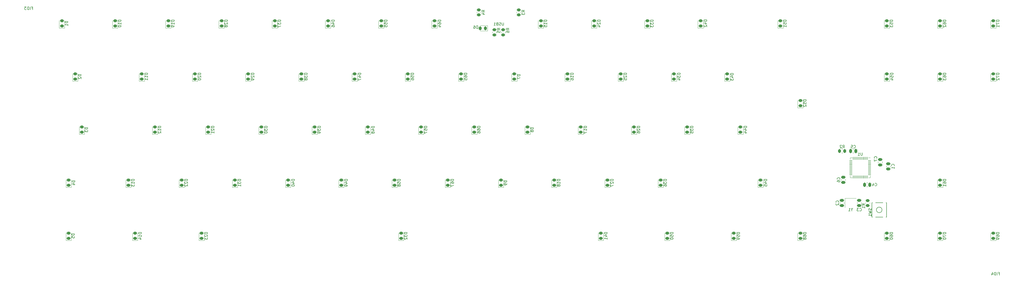
<source format=gbo>
G04 #@! TF.GenerationSoftware,KiCad,Pcbnew,(6.0.2)*
G04 #@! TF.CreationDate,2022-02-17T23:22:08+01:00*
G04 #@! TF.ProjectId,Frooastboard Walnut,46726f6f-6173-4746-926f-617264205761,rev?*
G04 #@! TF.SameCoordinates,Original*
G04 #@! TF.FileFunction,Legend,Bot*
G04 #@! TF.FilePolarity,Positive*
%FSLAX46Y46*%
G04 Gerber Fmt 4.6, Leading zero omitted, Abs format (unit mm)*
G04 Created by KiCad (PCBNEW (6.0.2)) date 2022-02-17 23:22:08*
%MOMM*%
%LPD*%
G01*
G04 APERTURE LIST*
G04 Aperture macros list*
%AMRoundRect*
0 Rectangle with rounded corners*
0 $1 Rounding radius*
0 $2 $3 $4 $5 $6 $7 $8 $9 X,Y pos of 4 corners*
0 Add a 4 corners polygon primitive as box body*
4,1,4,$2,$3,$4,$5,$6,$7,$8,$9,$2,$3,0*
0 Add four circle primitives for the rounded corners*
1,1,$1+$1,$2,$3*
1,1,$1+$1,$4,$5*
1,1,$1+$1,$6,$7*
1,1,$1+$1,$8,$9*
0 Add four rect primitives between the rounded corners*
20,1,$1+$1,$2,$3,$4,$5,0*
20,1,$1+$1,$4,$5,$6,$7,0*
20,1,$1+$1,$6,$7,$8,$9,0*
20,1,$1+$1,$8,$9,$2,$3,0*%
G04 Aperture macros list end*
%ADD10C,0.150000*%
%ADD11C,0.120000*%
%ADD12C,1.750000*%
%ADD13C,3.987800*%
%ADD14C,2.250000*%
%ADD15C,3.200000*%
%ADD16C,3.048000*%
%ADD17C,2.000000*%
%ADD18RoundRect,0.243750X0.456250X-0.243750X0.456250X0.243750X-0.456250X0.243750X-0.456250X-0.243750X0*%
%ADD19R,1.100000X1.800000*%
%ADD20RoundRect,0.250000X0.450000X-0.262500X0.450000X0.262500X-0.450000X0.262500X-0.450000X-0.262500X0*%
%ADD21RoundRect,0.062500X0.475000X0.062500X-0.475000X0.062500X-0.475000X-0.062500X0.475000X-0.062500X0*%
%ADD22RoundRect,0.062500X0.062500X0.475000X-0.062500X0.475000X-0.062500X-0.475000X0.062500X-0.475000X0*%
%ADD23R,5.200000X5.200000*%
%ADD24RoundRect,0.250000X-0.475000X0.250000X-0.475000X-0.250000X0.475000X-0.250000X0.475000X0.250000X0*%
%ADD25C,0.650000*%
%ADD26R,0.600000X1.450000*%
%ADD27R,0.300000X1.450000*%
%ADD28RoundRect,0.250000X-0.262500X-0.450000X0.262500X-0.450000X0.262500X0.450000X-0.262500X0.450000X0*%
%ADD29R,1.400000X1.200000*%
%ADD30RoundRect,0.250000X0.475000X-0.250000X0.475000X0.250000X-0.475000X0.250000X-0.475000X-0.250000X0*%
%ADD31RoundRect,0.250000X0.250000X0.475000X-0.250000X0.475000X-0.250000X-0.475000X0.250000X-0.475000X0*%
%ADD32RoundRect,0.250000X-0.250000X-0.475000X0.250000X-0.475000X0.250000X0.475000X-0.250000X0.475000X0*%
%ADD33RoundRect,0.243750X0.243750X0.456250X-0.243750X0.456250X-0.243750X-0.456250X0.243750X-0.456250X0*%
G04 APERTURE END LIST*
D10*
X371752678Y-116609821D02*
X372086011Y-116609821D01*
X372086011Y-117133630D02*
X372086011Y-116133630D01*
X371609821Y-116133630D01*
X371228869Y-117133630D02*
X371228869Y-116133630D01*
X370752678Y-117133630D02*
X370752678Y-116133630D01*
X370514583Y-116133630D01*
X370371726Y-116181250D01*
X370276488Y-116276488D01*
X370228869Y-116371726D01*
X370181250Y-116562202D01*
X370181250Y-116705059D01*
X370228869Y-116895535D01*
X370276488Y-116990773D01*
X370371726Y-117086011D01*
X370514583Y-117133630D01*
X370752678Y-117133630D01*
X369324107Y-116466964D02*
X369324107Y-117133630D01*
X369562202Y-116086011D02*
X369800297Y-116800297D01*
X369181250Y-116800297D01*
X176727380Y-82779464D02*
X175727380Y-82779464D01*
X175727380Y-83017559D01*
X175775000Y-83160416D01*
X175870238Y-83255654D01*
X175965476Y-83303273D01*
X176155952Y-83350892D01*
X176298809Y-83350892D01*
X176489285Y-83303273D01*
X176584523Y-83255654D01*
X176679761Y-83160416D01*
X176727380Y-83017559D01*
X176727380Y-82779464D01*
X175727380Y-84208035D02*
X175727380Y-84017559D01*
X175775000Y-83922321D01*
X175822619Y-83874702D01*
X175965476Y-83779464D01*
X176155952Y-83731845D01*
X176536904Y-83731845D01*
X176632142Y-83779464D01*
X176679761Y-83827083D01*
X176727380Y-83922321D01*
X176727380Y-84112797D01*
X176679761Y-84208035D01*
X176632142Y-84255654D01*
X176536904Y-84303273D01*
X176298809Y-84303273D01*
X176203571Y-84255654D01*
X176155952Y-84208035D01*
X176108333Y-84112797D01*
X176108333Y-83922321D01*
X176155952Y-83827083D01*
X176203571Y-83779464D01*
X176298809Y-83731845D01*
X175727380Y-84636607D02*
X175727380Y-85303273D01*
X176727380Y-84874702D01*
X134052380Y-25629464D02*
X133052380Y-25629464D01*
X133052380Y-25867559D01*
X133100000Y-26010416D01*
X133195238Y-26105654D01*
X133290476Y-26153273D01*
X133480952Y-26200892D01*
X133623809Y-26200892D01*
X133814285Y-26153273D01*
X133909523Y-26105654D01*
X134004761Y-26010416D01*
X134052380Y-25867559D01*
X134052380Y-25629464D01*
X133385714Y-27058035D02*
X134052380Y-27058035D01*
X133004761Y-26819940D02*
X133719047Y-26581845D01*
X133719047Y-27200892D01*
X133052380Y-28010416D02*
X133052380Y-27819940D01*
X133100000Y-27724702D01*
X133147619Y-27677083D01*
X133290476Y-27581845D01*
X133480952Y-27534226D01*
X133861904Y-27534226D01*
X133957142Y-27581845D01*
X134004761Y-27629464D01*
X134052380Y-27724702D01*
X134052380Y-27915178D01*
X134004761Y-28010416D01*
X133957142Y-28058035D01*
X133861904Y-28105654D01*
X133623809Y-28105654D01*
X133528571Y-28058035D01*
X133480952Y-28010416D01*
X133433333Y-27915178D01*
X133433333Y-27724702D01*
X133480952Y-27629464D01*
X133528571Y-27581845D01*
X133623809Y-27534226D01*
X252927380Y-82779464D02*
X251927380Y-82779464D01*
X251927380Y-83017559D01*
X251975000Y-83160416D01*
X252070238Y-83255654D01*
X252165476Y-83303273D01*
X252355952Y-83350892D01*
X252498809Y-83350892D01*
X252689285Y-83303273D01*
X252784523Y-83255654D01*
X252879761Y-83160416D01*
X252927380Y-83017559D01*
X252927380Y-82779464D01*
X251927380Y-83684226D02*
X251927380Y-84303273D01*
X252308333Y-83969940D01*
X252308333Y-84112797D01*
X252355952Y-84208035D01*
X252403571Y-84255654D01*
X252498809Y-84303273D01*
X252736904Y-84303273D01*
X252832142Y-84255654D01*
X252879761Y-84208035D01*
X252927380Y-84112797D01*
X252927380Y-83827083D01*
X252879761Y-83731845D01*
X252832142Y-83684226D01*
X251927380Y-85160416D02*
X251927380Y-84969940D01*
X251975000Y-84874702D01*
X252022619Y-84827083D01*
X252165476Y-84731845D01*
X252355952Y-84684226D01*
X252736904Y-84684226D01*
X252832142Y-84731845D01*
X252879761Y-84779464D01*
X252927380Y-84874702D01*
X252927380Y-85065178D01*
X252879761Y-85160416D01*
X252832142Y-85208035D01*
X252736904Y-85255654D01*
X252498809Y-85255654D01*
X252403571Y-85208035D01*
X252355952Y-85160416D01*
X252308333Y-85065178D01*
X252308333Y-84874702D01*
X252355952Y-84779464D01*
X252403571Y-84731845D01*
X252498809Y-84684226D01*
X281652380Y-63729464D02*
X280652380Y-63729464D01*
X280652380Y-63967559D01*
X280700000Y-64110416D01*
X280795238Y-64205654D01*
X280890476Y-64253273D01*
X281080952Y-64300892D01*
X281223809Y-64300892D01*
X281414285Y-64253273D01*
X281509523Y-64205654D01*
X281604761Y-64110416D01*
X281652380Y-63967559D01*
X281652380Y-63729464D01*
X280985714Y-65158035D02*
X281652380Y-65158035D01*
X280604761Y-64919940D02*
X281319047Y-64681845D01*
X281319047Y-65300892D01*
X280985714Y-66110416D02*
X281652380Y-66110416D01*
X280604761Y-65872321D02*
X281319047Y-65634226D01*
X281319047Y-66253273D01*
X67189880Y-44679464D02*
X66189880Y-44679464D01*
X66189880Y-44917559D01*
X66237500Y-45060416D01*
X66332738Y-45155654D01*
X66427976Y-45203273D01*
X66618452Y-45250892D01*
X66761309Y-45250892D01*
X66951785Y-45203273D01*
X67047023Y-45155654D01*
X67142261Y-45060416D01*
X67189880Y-44917559D01*
X67189880Y-44679464D01*
X67189880Y-46203273D02*
X67189880Y-45631845D01*
X67189880Y-45917559D02*
X66189880Y-45917559D01*
X66332738Y-45822321D01*
X66427976Y-45727083D01*
X66475595Y-45631845D01*
X67189880Y-47155654D02*
X67189880Y-46584226D01*
X67189880Y-46869940D02*
X66189880Y-46869940D01*
X66332738Y-46774702D01*
X66427976Y-46679464D01*
X66475595Y-46584226D01*
X279121130Y-101829464D02*
X278121130Y-101829464D01*
X278121130Y-102067559D01*
X278168750Y-102210416D01*
X278263988Y-102305654D01*
X278359226Y-102353273D01*
X278549702Y-102400892D01*
X278692559Y-102400892D01*
X278883035Y-102353273D01*
X278978273Y-102305654D01*
X279073511Y-102210416D01*
X279121130Y-102067559D01*
X279121130Y-101829464D01*
X278121130Y-103305654D02*
X278121130Y-102829464D01*
X278597321Y-102781845D01*
X278549702Y-102829464D01*
X278502083Y-102924702D01*
X278502083Y-103162797D01*
X278549702Y-103258035D01*
X278597321Y-103305654D01*
X278692559Y-103353273D01*
X278930654Y-103353273D01*
X279025892Y-103305654D01*
X279073511Y-103258035D01*
X279121130Y-103162797D01*
X279121130Y-102924702D01*
X279073511Y-102829464D01*
X279025892Y-102781845D01*
X279121130Y-103829464D02*
X279121130Y-104019940D01*
X279073511Y-104115178D01*
X279025892Y-104162797D01*
X278883035Y-104258035D01*
X278692559Y-104305654D01*
X278311607Y-104305654D01*
X278216369Y-104258035D01*
X278168750Y-104210416D01*
X278121130Y-104115178D01*
X278121130Y-103924702D01*
X278168750Y-103829464D01*
X278216369Y-103781845D01*
X278311607Y-103734226D01*
X278549702Y-103734226D01*
X278644940Y-103781845D01*
X278692559Y-103829464D01*
X278740178Y-103924702D01*
X278740178Y-104115178D01*
X278692559Y-104210416D01*
X278644940Y-104258035D01*
X278549702Y-104305654D01*
X233877380Y-82779464D02*
X232877380Y-82779464D01*
X232877380Y-83017559D01*
X232925000Y-83160416D01*
X233020238Y-83255654D01*
X233115476Y-83303273D01*
X233305952Y-83350892D01*
X233448809Y-83350892D01*
X233639285Y-83303273D01*
X233734523Y-83255654D01*
X233829761Y-83160416D01*
X233877380Y-83017559D01*
X233877380Y-82779464D01*
X232972619Y-83731845D02*
X232925000Y-83779464D01*
X232877380Y-83874702D01*
X232877380Y-84112797D01*
X232925000Y-84208035D01*
X232972619Y-84255654D01*
X233067857Y-84303273D01*
X233163095Y-84303273D01*
X233305952Y-84255654D01*
X233877380Y-83684226D01*
X233877380Y-84303273D01*
X232877380Y-84636607D02*
X232877380Y-85303273D01*
X233877380Y-84874702D01*
X371989880Y-25629464D02*
X370989880Y-25629464D01*
X370989880Y-25867559D01*
X371037500Y-26010416D01*
X371132738Y-26105654D01*
X371227976Y-26153273D01*
X371418452Y-26200892D01*
X371561309Y-26200892D01*
X371751785Y-26153273D01*
X371847023Y-26105654D01*
X371942261Y-26010416D01*
X371989880Y-25867559D01*
X371989880Y-25629464D01*
X370989880Y-26534226D02*
X370989880Y-27200892D01*
X371989880Y-26772321D01*
X371989880Y-28105654D02*
X371989880Y-27534226D01*
X371989880Y-27819940D02*
X370989880Y-27819940D01*
X371132738Y-27724702D01*
X371227976Y-27629464D01*
X371275595Y-27534226D01*
X62427380Y-82779464D02*
X61427380Y-82779464D01*
X61427380Y-83017559D01*
X61475000Y-83160416D01*
X61570238Y-83255654D01*
X61665476Y-83303273D01*
X61855952Y-83350892D01*
X61998809Y-83350892D01*
X62189285Y-83303273D01*
X62284523Y-83255654D01*
X62379761Y-83160416D01*
X62427380Y-83017559D01*
X62427380Y-82779464D01*
X62427380Y-84303273D02*
X62427380Y-83731845D01*
X62427380Y-84017559D02*
X61427380Y-84017559D01*
X61570238Y-83922321D01*
X61665476Y-83827083D01*
X61713095Y-83731845D01*
X61427380Y-84636607D02*
X61427380Y-85255654D01*
X61808333Y-84922321D01*
X61808333Y-85065178D01*
X61855952Y-85160416D01*
X61903571Y-85208035D01*
X61998809Y-85255654D01*
X62236904Y-85255654D01*
X62332142Y-85208035D01*
X62379761Y-85160416D01*
X62427380Y-85065178D01*
X62427380Y-84779464D01*
X62379761Y-84684226D01*
X62332142Y-84636607D01*
X138752380Y-82785714D02*
X137752380Y-82785714D01*
X137752380Y-83023809D01*
X137800000Y-83166666D01*
X137895238Y-83261904D01*
X137990476Y-83309523D01*
X138180952Y-83357142D01*
X138323809Y-83357142D01*
X138514285Y-83309523D01*
X138609523Y-83261904D01*
X138704761Y-83166666D01*
X138752380Y-83023809D01*
X138752380Y-82785714D01*
X138085714Y-84214285D02*
X138752380Y-84214285D01*
X137704761Y-83976190D02*
X138419047Y-83738095D01*
X138419047Y-84357142D01*
X138752380Y-84785714D02*
X138752380Y-84976190D01*
X138704761Y-85071428D01*
X138657142Y-85119047D01*
X138514285Y-85214285D01*
X138323809Y-85261904D01*
X137942857Y-85261904D01*
X137847619Y-85214285D01*
X137800000Y-85166666D01*
X137752380Y-85071428D01*
X137752380Y-84880952D01*
X137800000Y-84785714D01*
X137847619Y-84738095D01*
X137942857Y-84690476D01*
X138180952Y-84690476D01*
X138276190Y-84738095D01*
X138323809Y-84785714D01*
X138371428Y-84880952D01*
X138371428Y-85071428D01*
X138323809Y-85166666D01*
X138276190Y-85214285D01*
X138180952Y-85261904D01*
X333889880Y-101829464D02*
X332889880Y-101829464D01*
X332889880Y-102067559D01*
X332937500Y-102210416D01*
X333032738Y-102305654D01*
X333127976Y-102353273D01*
X333318452Y-102400892D01*
X333461309Y-102400892D01*
X333651785Y-102353273D01*
X333747023Y-102305654D01*
X333842261Y-102210416D01*
X333889880Y-102067559D01*
X333889880Y-101829464D01*
X332889880Y-103258035D02*
X332889880Y-103067559D01*
X332937500Y-102972321D01*
X332985119Y-102924702D01*
X333127976Y-102829464D01*
X333318452Y-102781845D01*
X333699404Y-102781845D01*
X333794642Y-102829464D01*
X333842261Y-102877083D01*
X333889880Y-102972321D01*
X333889880Y-103162797D01*
X333842261Y-103258035D01*
X333794642Y-103305654D01*
X333699404Y-103353273D01*
X333461309Y-103353273D01*
X333366071Y-103305654D01*
X333318452Y-103258035D01*
X333270833Y-103162797D01*
X333270833Y-102972321D01*
X333318452Y-102877083D01*
X333366071Y-102829464D01*
X333461309Y-102781845D01*
X332889880Y-103972321D02*
X332889880Y-104067559D01*
X332937500Y-104162797D01*
X332985119Y-104210416D01*
X333080357Y-104258035D01*
X333270833Y-104305654D01*
X333508928Y-104305654D01*
X333699404Y-104258035D01*
X333794642Y-104210416D01*
X333842261Y-104162797D01*
X333889880Y-104067559D01*
X333889880Y-103972321D01*
X333842261Y-103877083D01*
X333794642Y-103829464D01*
X333699404Y-103781845D01*
X333508928Y-103734226D01*
X333270833Y-103734226D01*
X333080357Y-103781845D01*
X332985119Y-103829464D01*
X332937500Y-103877083D01*
X332889880Y-103972321D01*
X326204761Y-93266666D02*
X326252380Y-93409523D01*
X326252380Y-93647619D01*
X326204761Y-93742857D01*
X326157142Y-93790476D01*
X326061904Y-93838095D01*
X325966666Y-93838095D01*
X325871428Y-93790476D01*
X325823809Y-93742857D01*
X325776190Y-93647619D01*
X325728571Y-93457142D01*
X325680952Y-93361904D01*
X325633333Y-93314285D01*
X325538095Y-93266666D01*
X325442857Y-93266666D01*
X325347619Y-93314285D01*
X325300000Y-93361904D01*
X325252380Y-93457142D01*
X325252380Y-93695238D01*
X325300000Y-93838095D01*
X325252380Y-94171428D02*
X326252380Y-94409523D01*
X325538095Y-94600000D01*
X326252380Y-94790476D01*
X325252380Y-95028571D01*
X326252380Y-95933333D02*
X326252380Y-95361904D01*
X326252380Y-95647619D02*
X325252380Y-95647619D01*
X325395238Y-95552380D01*
X325490476Y-95457142D01*
X325538095Y-95361904D01*
X45758630Y-64205654D02*
X44758630Y-64205654D01*
X44758630Y-64443750D01*
X44806250Y-64586607D01*
X44901488Y-64681845D01*
X44996726Y-64729464D01*
X45187202Y-64777083D01*
X45330059Y-64777083D01*
X45520535Y-64729464D01*
X45615773Y-64681845D01*
X45711011Y-64586607D01*
X45758630Y-64443750D01*
X45758630Y-64205654D01*
X44758630Y-65110416D02*
X44758630Y-65729464D01*
X45139583Y-65396130D01*
X45139583Y-65538988D01*
X45187202Y-65634226D01*
X45234821Y-65681845D01*
X45330059Y-65729464D01*
X45568154Y-65729464D01*
X45663392Y-65681845D01*
X45711011Y-65634226D01*
X45758630Y-65538988D01*
X45758630Y-65253273D01*
X45711011Y-65158035D01*
X45663392Y-65110416D01*
X40996130Y-102305654D02*
X39996130Y-102305654D01*
X39996130Y-102543750D01*
X40043750Y-102686607D01*
X40138988Y-102781845D01*
X40234226Y-102829464D01*
X40424702Y-102877083D01*
X40567559Y-102877083D01*
X40758035Y-102829464D01*
X40853273Y-102781845D01*
X40948511Y-102686607D01*
X40996130Y-102543750D01*
X40996130Y-102305654D01*
X39996130Y-103781845D02*
X39996130Y-103305654D01*
X40472321Y-103258035D01*
X40424702Y-103305654D01*
X40377083Y-103400892D01*
X40377083Y-103638988D01*
X40424702Y-103734226D01*
X40472321Y-103781845D01*
X40567559Y-103829464D01*
X40805654Y-103829464D01*
X40900892Y-103781845D01*
X40948511Y-103734226D01*
X40996130Y-103638988D01*
X40996130Y-103400892D01*
X40948511Y-103305654D01*
X40900892Y-103258035D01*
X152914880Y-25629464D02*
X151914880Y-25629464D01*
X151914880Y-25867559D01*
X151962500Y-26010416D01*
X152057738Y-26105654D01*
X152152976Y-26153273D01*
X152343452Y-26200892D01*
X152486309Y-26200892D01*
X152676785Y-26153273D01*
X152772023Y-26105654D01*
X152867261Y-26010416D01*
X152914880Y-25867559D01*
X152914880Y-25629464D01*
X151914880Y-27105654D02*
X151914880Y-26629464D01*
X152391071Y-26581845D01*
X152343452Y-26629464D01*
X152295833Y-26724702D01*
X152295833Y-26962797D01*
X152343452Y-27058035D01*
X152391071Y-27105654D01*
X152486309Y-27153273D01*
X152724404Y-27153273D01*
X152819642Y-27105654D01*
X152867261Y-27058035D01*
X152914880Y-26962797D01*
X152914880Y-26724702D01*
X152867261Y-26629464D01*
X152819642Y-26581845D01*
X151914880Y-28058035D02*
X151914880Y-27581845D01*
X152391071Y-27534226D01*
X152343452Y-27581845D01*
X152295833Y-27677083D01*
X152295833Y-27915178D01*
X152343452Y-28010416D01*
X152391071Y-28058035D01*
X152486309Y-28105654D01*
X152724404Y-28105654D01*
X152819642Y-28058035D01*
X152867261Y-28010416D01*
X152914880Y-27915178D01*
X152914880Y-27677083D01*
X152867261Y-27581845D01*
X152819642Y-27534226D01*
X196571130Y-29202083D02*
X196094940Y-28868750D01*
X196571130Y-28630654D02*
X195571130Y-28630654D01*
X195571130Y-29011607D01*
X195618750Y-29106845D01*
X195666369Y-29154464D01*
X195761607Y-29202083D01*
X195904464Y-29202083D01*
X195999702Y-29154464D01*
X196047321Y-29106845D01*
X196094940Y-29011607D01*
X196094940Y-28630654D01*
X195571130Y-30059226D02*
X195571130Y-29868750D01*
X195618750Y-29773511D01*
X195666369Y-29725892D01*
X195809226Y-29630654D01*
X195999702Y-29583035D01*
X196380654Y-29583035D01*
X196475892Y-29630654D01*
X196523511Y-29678273D01*
X196571130Y-29773511D01*
X196571130Y-29963988D01*
X196523511Y-30059226D01*
X196475892Y-30106845D01*
X196380654Y-30154464D01*
X196142559Y-30154464D01*
X196047321Y-30106845D01*
X195999702Y-30059226D01*
X195952083Y-29963988D01*
X195952083Y-29773511D01*
X195999702Y-29678273D01*
X196047321Y-29630654D01*
X196142559Y-29583035D01*
X352939880Y-25629464D02*
X351939880Y-25629464D01*
X351939880Y-25867559D01*
X351987500Y-26010416D01*
X352082738Y-26105654D01*
X352177976Y-26153273D01*
X352368452Y-26200892D01*
X352511309Y-26200892D01*
X352701785Y-26153273D01*
X352797023Y-26105654D01*
X352892261Y-26010416D01*
X352939880Y-25867559D01*
X352939880Y-25629464D01*
X351939880Y-27058035D02*
X351939880Y-26867559D01*
X351987500Y-26772321D01*
X352035119Y-26724702D01*
X352177976Y-26629464D01*
X352368452Y-26581845D01*
X352749404Y-26581845D01*
X352844642Y-26629464D01*
X352892261Y-26677083D01*
X352939880Y-26772321D01*
X352939880Y-26962797D01*
X352892261Y-27058035D01*
X352844642Y-27105654D01*
X352749404Y-27153273D01*
X352511309Y-27153273D01*
X352416071Y-27105654D01*
X352368452Y-27058035D01*
X352320833Y-26962797D01*
X352320833Y-26772321D01*
X352368452Y-26677083D01*
X352416071Y-26629464D01*
X352511309Y-26581845D01*
X352035119Y-27534226D02*
X351987500Y-27581845D01*
X351939880Y-27677083D01*
X351939880Y-27915178D01*
X351987500Y-28010416D01*
X352035119Y-28058035D01*
X352130357Y-28105654D01*
X352225595Y-28105654D01*
X352368452Y-28058035D01*
X352939880Y-27486607D01*
X352939880Y-28105654D01*
X323024404Y-73213630D02*
X323024404Y-74023154D01*
X322976785Y-74118392D01*
X322929166Y-74166011D01*
X322833928Y-74213630D01*
X322643452Y-74213630D01*
X322548214Y-74166011D01*
X322500595Y-74118392D01*
X322452976Y-74023154D01*
X322452976Y-73213630D01*
X321452976Y-74213630D02*
X322024404Y-74213630D01*
X321738690Y-74213630D02*
X321738690Y-73213630D01*
X321833928Y-73356488D01*
X321929166Y-73451726D01*
X322024404Y-73499345D01*
X162439880Y-44679464D02*
X161439880Y-44679464D01*
X161439880Y-44917559D01*
X161487500Y-45060416D01*
X161582738Y-45155654D01*
X161677976Y-45203273D01*
X161868452Y-45250892D01*
X162011309Y-45250892D01*
X162201785Y-45203273D01*
X162297023Y-45155654D01*
X162392261Y-45060416D01*
X162439880Y-44917559D01*
X162439880Y-44679464D01*
X161439880Y-46155654D02*
X161439880Y-45679464D01*
X161916071Y-45631845D01*
X161868452Y-45679464D01*
X161820833Y-45774702D01*
X161820833Y-46012797D01*
X161868452Y-46108035D01*
X161916071Y-46155654D01*
X162011309Y-46203273D01*
X162249404Y-46203273D01*
X162344642Y-46155654D01*
X162392261Y-46108035D01*
X162439880Y-46012797D01*
X162439880Y-45774702D01*
X162392261Y-45679464D01*
X162344642Y-45631845D01*
X161439880Y-47060416D02*
X161439880Y-46869940D01*
X161487500Y-46774702D01*
X161535119Y-46727083D01*
X161677976Y-46631845D01*
X161868452Y-46584226D01*
X162249404Y-46584226D01*
X162344642Y-46631845D01*
X162392261Y-46679464D01*
X162439880Y-46774702D01*
X162439880Y-46965178D01*
X162392261Y-47060416D01*
X162344642Y-47108035D01*
X162249404Y-47155654D01*
X162011309Y-47155654D01*
X161916071Y-47108035D01*
X161868452Y-47060416D01*
X161820833Y-46965178D01*
X161820833Y-46774702D01*
X161868452Y-46679464D01*
X161916071Y-46631845D01*
X162011309Y-46584226D01*
X276852380Y-44785714D02*
X275852380Y-44785714D01*
X275852380Y-45023809D01*
X275900000Y-45166666D01*
X275995238Y-45261904D01*
X276090476Y-45309523D01*
X276280952Y-45357142D01*
X276423809Y-45357142D01*
X276614285Y-45309523D01*
X276709523Y-45261904D01*
X276804761Y-45166666D01*
X276852380Y-45023809D01*
X276852380Y-44785714D01*
X276185714Y-46214285D02*
X276852380Y-46214285D01*
X275804761Y-45976190D02*
X276519047Y-45738095D01*
X276519047Y-46357142D01*
X275852380Y-46642857D02*
X275852380Y-47261904D01*
X276233333Y-46928571D01*
X276233333Y-47071428D01*
X276280952Y-47166666D01*
X276328571Y-47214285D01*
X276423809Y-47261904D01*
X276661904Y-47261904D01*
X276757142Y-47214285D01*
X276804761Y-47166666D01*
X276852380Y-47071428D01*
X276852380Y-46785714D01*
X276804761Y-46690476D01*
X276757142Y-46642857D01*
X202127380Y-22733333D02*
X201651190Y-22400000D01*
X202127380Y-22161904D02*
X201127380Y-22161904D01*
X201127380Y-22542857D01*
X201175000Y-22638095D01*
X201222619Y-22685714D01*
X201317857Y-22733333D01*
X201460714Y-22733333D01*
X201555952Y-22685714D01*
X201603571Y-22638095D01*
X201651190Y-22542857D01*
X201651190Y-22161904D01*
X201127380Y-23066666D02*
X201127380Y-23685714D01*
X201508333Y-23352380D01*
X201508333Y-23495238D01*
X201555952Y-23590476D01*
X201603571Y-23638095D01*
X201698809Y-23685714D01*
X201936904Y-23685714D01*
X202032142Y-23638095D01*
X202079761Y-23590476D01*
X202127380Y-23495238D01*
X202127380Y-23209523D01*
X202079761Y-23114285D01*
X202032142Y-23066666D01*
X302933630Y-101829464D02*
X301933630Y-101829464D01*
X301933630Y-102067559D01*
X301981250Y-102210416D01*
X302076488Y-102305654D01*
X302171726Y-102353273D01*
X302362202Y-102400892D01*
X302505059Y-102400892D01*
X302695535Y-102353273D01*
X302790773Y-102305654D01*
X302886011Y-102210416D01*
X302933630Y-102067559D01*
X302933630Y-101829464D01*
X301933630Y-103258035D02*
X301933630Y-103067559D01*
X301981250Y-102972321D01*
X302028869Y-102924702D01*
X302171726Y-102829464D01*
X302362202Y-102781845D01*
X302743154Y-102781845D01*
X302838392Y-102829464D01*
X302886011Y-102877083D01*
X302933630Y-102972321D01*
X302933630Y-103162797D01*
X302886011Y-103258035D01*
X302838392Y-103305654D01*
X302743154Y-103353273D01*
X302505059Y-103353273D01*
X302409821Y-103305654D01*
X302362202Y-103258035D01*
X302314583Y-103162797D01*
X302314583Y-102972321D01*
X302362202Y-102877083D01*
X302409821Y-102829464D01*
X302505059Y-102781845D01*
X302362202Y-103924702D02*
X302314583Y-103829464D01*
X302266964Y-103781845D01*
X302171726Y-103734226D01*
X302124107Y-103734226D01*
X302028869Y-103781845D01*
X301981250Y-103829464D01*
X301933630Y-103924702D01*
X301933630Y-104115178D01*
X301981250Y-104210416D01*
X302028869Y-104258035D01*
X302124107Y-104305654D01*
X302171726Y-104305654D01*
X302266964Y-104258035D01*
X302314583Y-104210416D01*
X302362202Y-104115178D01*
X302362202Y-103924702D01*
X302409821Y-103829464D01*
X302457440Y-103781845D01*
X302552678Y-103734226D01*
X302743154Y-103734226D01*
X302838392Y-103781845D01*
X302886011Y-103829464D01*
X302933630Y-103924702D01*
X302933630Y-104115178D01*
X302886011Y-104210416D01*
X302838392Y-104258035D01*
X302743154Y-104305654D01*
X302552678Y-104305654D01*
X302457440Y-104258035D01*
X302409821Y-104210416D01*
X302362202Y-104115178D01*
X160058630Y-101829464D02*
X159058630Y-101829464D01*
X159058630Y-102067559D01*
X159106250Y-102210416D01*
X159201488Y-102305654D01*
X159296726Y-102353273D01*
X159487202Y-102400892D01*
X159630059Y-102400892D01*
X159820535Y-102353273D01*
X159915773Y-102305654D01*
X160011011Y-102210416D01*
X160058630Y-102067559D01*
X160058630Y-101829464D01*
X159058630Y-102734226D02*
X159058630Y-103353273D01*
X159439583Y-103019940D01*
X159439583Y-103162797D01*
X159487202Y-103258035D01*
X159534821Y-103305654D01*
X159630059Y-103353273D01*
X159868154Y-103353273D01*
X159963392Y-103305654D01*
X160011011Y-103258035D01*
X160058630Y-103162797D01*
X160058630Y-102877083D01*
X160011011Y-102781845D01*
X159963392Y-102734226D01*
X159153869Y-103734226D02*
X159106250Y-103781845D01*
X159058630Y-103877083D01*
X159058630Y-104115178D01*
X159106250Y-104210416D01*
X159153869Y-104258035D01*
X159249107Y-104305654D01*
X159344345Y-104305654D01*
X159487202Y-104258035D01*
X160058630Y-103686607D01*
X160058630Y-104305654D01*
X81477380Y-82779464D02*
X80477380Y-82779464D01*
X80477380Y-83017559D01*
X80525000Y-83160416D01*
X80620238Y-83255654D01*
X80715476Y-83303273D01*
X80905952Y-83350892D01*
X81048809Y-83350892D01*
X81239285Y-83303273D01*
X81334523Y-83255654D01*
X81429761Y-83160416D01*
X81477380Y-83017559D01*
X81477380Y-82779464D01*
X80572619Y-83731845D02*
X80525000Y-83779464D01*
X80477380Y-83874702D01*
X80477380Y-84112797D01*
X80525000Y-84208035D01*
X80572619Y-84255654D01*
X80667857Y-84303273D01*
X80763095Y-84303273D01*
X80905952Y-84255654D01*
X81477380Y-83684226D01*
X81477380Y-84303273D01*
X80572619Y-84684226D02*
X80525000Y-84731845D01*
X80477380Y-84827083D01*
X80477380Y-85065178D01*
X80525000Y-85160416D01*
X80572619Y-85208035D01*
X80667857Y-85255654D01*
X80763095Y-85255654D01*
X80905952Y-85208035D01*
X81477380Y-84636607D01*
X81477380Y-85255654D01*
X314877142Y-82783333D02*
X314924761Y-82735714D01*
X314972380Y-82592857D01*
X314972380Y-82497619D01*
X314924761Y-82354761D01*
X314829523Y-82259523D01*
X314734285Y-82211904D01*
X314543809Y-82164285D01*
X314400952Y-82164285D01*
X314210476Y-82211904D01*
X314115238Y-82259523D01*
X314020000Y-82354761D01*
X313972380Y-82497619D01*
X313972380Y-82592857D01*
X314020000Y-82735714D01*
X314067619Y-82783333D01*
X313972380Y-83640476D02*
X313972380Y-83450000D01*
X314020000Y-83354761D01*
X314067619Y-83307142D01*
X314210476Y-83211904D01*
X314400952Y-83164285D01*
X314781904Y-83164285D01*
X314877142Y-83211904D01*
X314924761Y-83259523D01*
X314972380Y-83354761D01*
X314972380Y-83545238D01*
X314924761Y-83640476D01*
X314877142Y-83688095D01*
X314781904Y-83735714D01*
X314543809Y-83735714D01*
X314448571Y-83688095D01*
X314400952Y-83640476D01*
X314353333Y-83545238D01*
X314353333Y-83354761D01*
X314400952Y-83259523D01*
X314448571Y-83211904D01*
X314543809Y-83164285D01*
X302933630Y-54204464D02*
X301933630Y-54204464D01*
X301933630Y-54442559D01*
X301981250Y-54585416D01*
X302076488Y-54680654D01*
X302171726Y-54728273D01*
X302362202Y-54775892D01*
X302505059Y-54775892D01*
X302695535Y-54728273D01*
X302790773Y-54680654D01*
X302886011Y-54585416D01*
X302933630Y-54442559D01*
X302933630Y-54204464D01*
X301933630Y-55680654D02*
X301933630Y-55204464D01*
X302409821Y-55156845D01*
X302362202Y-55204464D01*
X302314583Y-55299702D01*
X302314583Y-55537797D01*
X302362202Y-55633035D01*
X302409821Y-55680654D01*
X302505059Y-55728273D01*
X302743154Y-55728273D01*
X302838392Y-55680654D01*
X302886011Y-55633035D01*
X302933630Y-55537797D01*
X302933630Y-55299702D01*
X302886011Y-55204464D01*
X302838392Y-55156845D01*
X302028869Y-56109226D02*
X301981250Y-56156845D01*
X301933630Y-56252083D01*
X301933630Y-56490178D01*
X301981250Y-56585416D01*
X302028869Y-56633035D01*
X302124107Y-56680654D01*
X302219345Y-56680654D01*
X302362202Y-56633035D01*
X302933630Y-56061607D01*
X302933630Y-56680654D01*
X371989880Y-44679464D02*
X370989880Y-44679464D01*
X370989880Y-44917559D01*
X371037500Y-45060416D01*
X371132738Y-45155654D01*
X371227976Y-45203273D01*
X371418452Y-45250892D01*
X371561309Y-45250892D01*
X371751785Y-45203273D01*
X371847023Y-45155654D01*
X371942261Y-45060416D01*
X371989880Y-44917559D01*
X371989880Y-44679464D01*
X370989880Y-45584226D02*
X370989880Y-46250892D01*
X371989880Y-45822321D01*
X371085119Y-46584226D02*
X371037500Y-46631845D01*
X370989880Y-46727083D01*
X370989880Y-46965178D01*
X371037500Y-47060416D01*
X371085119Y-47108035D01*
X371180357Y-47155654D01*
X371275595Y-47155654D01*
X371418452Y-47108035D01*
X371989880Y-46536607D01*
X371989880Y-47155654D01*
X262452380Y-63729464D02*
X261452380Y-63729464D01*
X261452380Y-63967559D01*
X261500000Y-64110416D01*
X261595238Y-64205654D01*
X261690476Y-64253273D01*
X261880952Y-64300892D01*
X262023809Y-64300892D01*
X262214285Y-64253273D01*
X262309523Y-64205654D01*
X262404761Y-64110416D01*
X262452380Y-63967559D01*
X262452380Y-63729464D01*
X261452380Y-64634226D02*
X261452380Y-65253273D01*
X261833333Y-64919940D01*
X261833333Y-65062797D01*
X261880952Y-65158035D01*
X261928571Y-65205654D01*
X262023809Y-65253273D01*
X262261904Y-65253273D01*
X262357142Y-65205654D01*
X262404761Y-65158035D01*
X262452380Y-65062797D01*
X262452380Y-64777083D01*
X262404761Y-64681845D01*
X262357142Y-64634226D01*
X261452380Y-66158035D02*
X261452380Y-65681845D01*
X261928571Y-65634226D01*
X261880952Y-65681845D01*
X261833333Y-65777083D01*
X261833333Y-66015178D01*
X261880952Y-66110416D01*
X261928571Y-66158035D01*
X262023809Y-66205654D01*
X262261904Y-66205654D01*
X262357142Y-66158035D01*
X262404761Y-66110416D01*
X262452380Y-66015178D01*
X262452380Y-65777083D01*
X262404761Y-65681845D01*
X262357142Y-65634226D01*
X25677678Y-21359821D02*
X26011011Y-21359821D01*
X26011011Y-21883630D02*
X26011011Y-20883630D01*
X25534821Y-20883630D01*
X25153869Y-21883630D02*
X25153869Y-20883630D01*
X24677678Y-21883630D02*
X24677678Y-20883630D01*
X24439583Y-20883630D01*
X24296726Y-20931250D01*
X24201488Y-21026488D01*
X24153869Y-21121726D01*
X24106250Y-21312202D01*
X24106250Y-21455059D01*
X24153869Y-21645535D01*
X24201488Y-21740773D01*
X24296726Y-21836011D01*
X24439583Y-21883630D01*
X24677678Y-21883630D01*
X23772916Y-20883630D02*
X23153869Y-20883630D01*
X23487202Y-21264583D01*
X23344345Y-21264583D01*
X23249107Y-21312202D01*
X23201488Y-21359821D01*
X23153869Y-21455059D01*
X23153869Y-21693154D01*
X23201488Y-21788392D01*
X23249107Y-21836011D01*
X23344345Y-21883630D01*
X23630059Y-21883630D01*
X23725297Y-21836011D01*
X23772916Y-21788392D01*
X143552380Y-44685714D02*
X142552380Y-44685714D01*
X142552380Y-44923809D01*
X142600000Y-45066666D01*
X142695238Y-45161904D01*
X142790476Y-45209523D01*
X142980952Y-45257142D01*
X143123809Y-45257142D01*
X143314285Y-45209523D01*
X143409523Y-45161904D01*
X143504761Y-45066666D01*
X143552380Y-44923809D01*
X143552380Y-44685714D01*
X142885714Y-46114285D02*
X143552380Y-46114285D01*
X142504761Y-45876190D02*
X143219047Y-45638095D01*
X143219047Y-46257142D01*
X142552380Y-46542857D02*
X142552380Y-47209523D01*
X143552380Y-46780952D01*
X288852380Y-82785714D02*
X287852380Y-82785714D01*
X287852380Y-83023809D01*
X287900000Y-83166666D01*
X287995238Y-83261904D01*
X288090476Y-83309523D01*
X288280952Y-83357142D01*
X288423809Y-83357142D01*
X288614285Y-83309523D01*
X288709523Y-83261904D01*
X288804761Y-83166666D01*
X288852380Y-83023809D01*
X288852380Y-82785714D01*
X288185714Y-84214285D02*
X288852380Y-84214285D01*
X287804761Y-83976190D02*
X288519047Y-83738095D01*
X288519047Y-84357142D01*
X287852380Y-85214285D02*
X287852380Y-84738095D01*
X288328571Y-84690476D01*
X288280952Y-84738095D01*
X288233333Y-84833333D01*
X288233333Y-85071428D01*
X288280952Y-85166666D01*
X288328571Y-85214285D01*
X288423809Y-85261904D01*
X288661904Y-85261904D01*
X288757142Y-85214285D01*
X288804761Y-85166666D01*
X288852380Y-85071428D01*
X288852380Y-84833333D01*
X288804761Y-84738095D01*
X288757142Y-84690476D01*
X267352380Y-25585714D02*
X266352380Y-25585714D01*
X266352380Y-25823809D01*
X266400000Y-25966666D01*
X266495238Y-26061904D01*
X266590476Y-26109523D01*
X266780952Y-26157142D01*
X266923809Y-26157142D01*
X267114285Y-26109523D01*
X267209523Y-26061904D01*
X267304761Y-25966666D01*
X267352380Y-25823809D01*
X267352380Y-25585714D01*
X266685714Y-27014285D02*
X267352380Y-27014285D01*
X266304761Y-26776190D02*
X267019047Y-26538095D01*
X267019047Y-27157142D01*
X266447619Y-27490476D02*
X266400000Y-27538095D01*
X266352380Y-27633333D01*
X266352380Y-27871428D01*
X266400000Y-27966666D01*
X266447619Y-28014285D01*
X266542857Y-28061904D01*
X266638095Y-28061904D01*
X266780952Y-28014285D01*
X267352380Y-27442857D01*
X267352380Y-28061904D01*
X194619345Y-26528630D02*
X194619345Y-27338154D01*
X194571726Y-27433392D01*
X194524107Y-27481011D01*
X194428869Y-27528630D01*
X194238392Y-27528630D01*
X194143154Y-27481011D01*
X194095535Y-27433392D01*
X194047916Y-27338154D01*
X194047916Y-26528630D01*
X193619345Y-27481011D02*
X193476488Y-27528630D01*
X193238392Y-27528630D01*
X193143154Y-27481011D01*
X193095535Y-27433392D01*
X193047916Y-27338154D01*
X193047916Y-27242916D01*
X193095535Y-27147678D01*
X193143154Y-27100059D01*
X193238392Y-27052440D01*
X193428869Y-27004821D01*
X193524107Y-26957202D01*
X193571726Y-26909583D01*
X193619345Y-26814345D01*
X193619345Y-26719107D01*
X193571726Y-26623869D01*
X193524107Y-26576250D01*
X193428869Y-26528630D01*
X193190773Y-26528630D01*
X193047916Y-26576250D01*
X192286011Y-27004821D02*
X192143154Y-27052440D01*
X192095535Y-27100059D01*
X192047916Y-27195297D01*
X192047916Y-27338154D01*
X192095535Y-27433392D01*
X192143154Y-27481011D01*
X192238392Y-27528630D01*
X192619345Y-27528630D01*
X192619345Y-26528630D01*
X192286011Y-26528630D01*
X192190773Y-26576250D01*
X192143154Y-26623869D01*
X192095535Y-26719107D01*
X192095535Y-26814345D01*
X192143154Y-26909583D01*
X192190773Y-26957202D01*
X192286011Y-27004821D01*
X192619345Y-27004821D01*
X191095535Y-27528630D02*
X191666964Y-27528630D01*
X191381250Y-27528630D02*
X191381250Y-26528630D01*
X191476488Y-26671488D01*
X191571726Y-26766726D01*
X191666964Y-26814345D01*
X38614880Y-26105654D02*
X37614880Y-26105654D01*
X37614880Y-26343750D01*
X37662500Y-26486607D01*
X37757738Y-26581845D01*
X37852976Y-26629464D01*
X38043452Y-26677083D01*
X38186309Y-26677083D01*
X38376785Y-26629464D01*
X38472023Y-26581845D01*
X38567261Y-26486607D01*
X38614880Y-26343750D01*
X38614880Y-26105654D01*
X38614880Y-27629464D02*
X38614880Y-27058035D01*
X38614880Y-27343750D02*
X37614880Y-27343750D01*
X37757738Y-27248511D01*
X37852976Y-27153273D01*
X37900595Y-27058035D01*
X224352380Y-63729464D02*
X223352380Y-63729464D01*
X223352380Y-63967559D01*
X223400000Y-64110416D01*
X223495238Y-64205654D01*
X223590476Y-64253273D01*
X223780952Y-64300892D01*
X223923809Y-64300892D01*
X224114285Y-64253273D01*
X224209523Y-64205654D01*
X224304761Y-64110416D01*
X224352380Y-63967559D01*
X224352380Y-63729464D01*
X224352380Y-65253273D02*
X224352380Y-64681845D01*
X224352380Y-64967559D02*
X223352380Y-64967559D01*
X223495238Y-64872321D01*
X223590476Y-64777083D01*
X223638095Y-64681845D01*
X223352380Y-65586607D02*
X223352380Y-66253273D01*
X224352380Y-65824702D01*
X157677380Y-82779464D02*
X156677380Y-82779464D01*
X156677380Y-83017559D01*
X156725000Y-83160416D01*
X156820238Y-83255654D01*
X156915476Y-83303273D01*
X157105952Y-83350892D01*
X157248809Y-83350892D01*
X157439285Y-83303273D01*
X157534523Y-83255654D01*
X157629761Y-83160416D01*
X157677380Y-83017559D01*
X157677380Y-82779464D01*
X156677380Y-84255654D02*
X156677380Y-83779464D01*
X157153571Y-83731845D01*
X157105952Y-83779464D01*
X157058333Y-83874702D01*
X157058333Y-84112797D01*
X157105952Y-84208035D01*
X157153571Y-84255654D01*
X157248809Y-84303273D01*
X157486904Y-84303273D01*
X157582142Y-84255654D01*
X157629761Y-84208035D01*
X157677380Y-84112797D01*
X157677380Y-83874702D01*
X157629761Y-83779464D01*
X157582142Y-83731845D01*
X157105952Y-84874702D02*
X157058333Y-84779464D01*
X157010714Y-84731845D01*
X156915476Y-84684226D01*
X156867857Y-84684226D01*
X156772619Y-84731845D01*
X156725000Y-84779464D01*
X156677380Y-84874702D01*
X156677380Y-85065178D01*
X156725000Y-85160416D01*
X156772619Y-85208035D01*
X156867857Y-85255654D01*
X156915476Y-85255654D01*
X157010714Y-85208035D01*
X157058333Y-85160416D01*
X157105952Y-85065178D01*
X157105952Y-84874702D01*
X157153571Y-84779464D01*
X157201190Y-84731845D01*
X157296428Y-84684226D01*
X157486904Y-84684226D01*
X157582142Y-84731845D01*
X157629761Y-84779464D01*
X157677380Y-84874702D01*
X157677380Y-85065178D01*
X157629761Y-85160416D01*
X157582142Y-85208035D01*
X157486904Y-85255654D01*
X157296428Y-85255654D01*
X157201190Y-85208035D01*
X157153571Y-85160416D01*
X157105952Y-85065178D01*
X229252380Y-25629464D02*
X228252380Y-25629464D01*
X228252380Y-25867559D01*
X228300000Y-26010416D01*
X228395238Y-26105654D01*
X228490476Y-26153273D01*
X228680952Y-26200892D01*
X228823809Y-26200892D01*
X229014285Y-26153273D01*
X229109523Y-26105654D01*
X229204761Y-26010416D01*
X229252380Y-25867559D01*
X229252380Y-25629464D01*
X228347619Y-26581845D02*
X228300000Y-26629464D01*
X228252380Y-26724702D01*
X228252380Y-26962797D01*
X228300000Y-27058035D01*
X228347619Y-27105654D01*
X228442857Y-27153273D01*
X228538095Y-27153273D01*
X228680952Y-27105654D01*
X229252380Y-26534226D01*
X229252380Y-27153273D01*
X228585714Y-28010416D02*
X229252380Y-28010416D01*
X228204761Y-27772321D02*
X228919047Y-27534226D01*
X228919047Y-28153273D01*
X352939880Y-44679464D02*
X351939880Y-44679464D01*
X351939880Y-44917559D01*
X351987500Y-45060416D01*
X352082738Y-45155654D01*
X352177976Y-45203273D01*
X352368452Y-45250892D01*
X352511309Y-45250892D01*
X352701785Y-45203273D01*
X352797023Y-45155654D01*
X352892261Y-45060416D01*
X352939880Y-44917559D01*
X352939880Y-44679464D01*
X351939880Y-46108035D02*
X351939880Y-45917559D01*
X351987500Y-45822321D01*
X352035119Y-45774702D01*
X352177976Y-45679464D01*
X352368452Y-45631845D01*
X352749404Y-45631845D01*
X352844642Y-45679464D01*
X352892261Y-45727083D01*
X352939880Y-45822321D01*
X352939880Y-46012797D01*
X352892261Y-46108035D01*
X352844642Y-46155654D01*
X352749404Y-46203273D01*
X352511309Y-46203273D01*
X352416071Y-46155654D01*
X352368452Y-46108035D01*
X352320833Y-46012797D01*
X352320833Y-45822321D01*
X352368452Y-45727083D01*
X352416071Y-45679464D01*
X352511309Y-45631845D01*
X351939880Y-46536607D02*
X351939880Y-47155654D01*
X352320833Y-46822321D01*
X352320833Y-46965178D01*
X352368452Y-47060416D01*
X352416071Y-47108035D01*
X352511309Y-47155654D01*
X352749404Y-47155654D01*
X352844642Y-47108035D01*
X352892261Y-47060416D01*
X352939880Y-46965178D01*
X352939880Y-46679464D01*
X352892261Y-46584226D01*
X352844642Y-46536607D01*
X200539880Y-45155654D02*
X199539880Y-45155654D01*
X199539880Y-45393750D01*
X199587500Y-45536607D01*
X199682738Y-45631845D01*
X199777976Y-45679464D01*
X199968452Y-45727083D01*
X200111309Y-45727083D01*
X200301785Y-45679464D01*
X200397023Y-45631845D01*
X200492261Y-45536607D01*
X200539880Y-45393750D01*
X200539880Y-45155654D01*
X199539880Y-46060416D02*
X199539880Y-46727083D01*
X200539880Y-46298511D01*
X86239880Y-44679464D02*
X85239880Y-44679464D01*
X85239880Y-44917559D01*
X85287500Y-45060416D01*
X85382738Y-45155654D01*
X85477976Y-45203273D01*
X85668452Y-45250892D01*
X85811309Y-45250892D01*
X86001785Y-45203273D01*
X86097023Y-45155654D01*
X86192261Y-45060416D01*
X86239880Y-44917559D01*
X86239880Y-44679464D01*
X85335119Y-45631845D02*
X85287500Y-45679464D01*
X85239880Y-45774702D01*
X85239880Y-46012797D01*
X85287500Y-46108035D01*
X85335119Y-46155654D01*
X85430357Y-46203273D01*
X85525595Y-46203273D01*
X85668452Y-46155654D01*
X86239880Y-45584226D01*
X86239880Y-46203273D01*
X85239880Y-46822321D02*
X85239880Y-46917559D01*
X85287500Y-47012797D01*
X85335119Y-47060416D01*
X85430357Y-47108035D01*
X85620833Y-47155654D01*
X85858928Y-47155654D01*
X86049404Y-47108035D01*
X86144642Y-47060416D01*
X86192261Y-47012797D01*
X86239880Y-46917559D01*
X86239880Y-46822321D01*
X86192261Y-46727083D01*
X86144642Y-46679464D01*
X86049404Y-46631845D01*
X85858928Y-46584226D01*
X85620833Y-46584226D01*
X85430357Y-46631845D01*
X85335119Y-46679464D01*
X85287500Y-46727083D01*
X85239880Y-46822321D01*
X255308630Y-101829464D02*
X254308630Y-101829464D01*
X254308630Y-102067559D01*
X254356250Y-102210416D01*
X254451488Y-102305654D01*
X254546726Y-102353273D01*
X254737202Y-102400892D01*
X254880059Y-102400892D01*
X255070535Y-102353273D01*
X255165773Y-102305654D01*
X255261011Y-102210416D01*
X255308630Y-102067559D01*
X255308630Y-101829464D01*
X254308630Y-103305654D02*
X254308630Y-102829464D01*
X254784821Y-102781845D01*
X254737202Y-102829464D01*
X254689583Y-102924702D01*
X254689583Y-103162797D01*
X254737202Y-103258035D01*
X254784821Y-103305654D01*
X254880059Y-103353273D01*
X255118154Y-103353273D01*
X255213392Y-103305654D01*
X255261011Y-103258035D01*
X255308630Y-103162797D01*
X255308630Y-102924702D01*
X255261011Y-102829464D01*
X255213392Y-102781845D01*
X254308630Y-103972321D02*
X254308630Y-104067559D01*
X254356250Y-104162797D01*
X254403869Y-104210416D01*
X254499107Y-104258035D01*
X254689583Y-104305654D01*
X254927678Y-104305654D01*
X255118154Y-104258035D01*
X255213392Y-104210416D01*
X255261011Y-104162797D01*
X255308630Y-104067559D01*
X255308630Y-103972321D01*
X255261011Y-103877083D01*
X255213392Y-103829464D01*
X255118154Y-103781845D01*
X254927678Y-103734226D01*
X254689583Y-103734226D01*
X254499107Y-103781845D01*
X254403869Y-103829464D01*
X254356250Y-103877083D01*
X254308630Y-103972321D01*
X64952380Y-101829464D02*
X63952380Y-101829464D01*
X63952380Y-102067559D01*
X64000000Y-102210416D01*
X64095238Y-102305654D01*
X64190476Y-102353273D01*
X64380952Y-102400892D01*
X64523809Y-102400892D01*
X64714285Y-102353273D01*
X64809523Y-102305654D01*
X64904761Y-102210416D01*
X64952380Y-102067559D01*
X64952380Y-101829464D01*
X64952380Y-103353273D02*
X64952380Y-102781845D01*
X64952380Y-103067559D02*
X63952380Y-103067559D01*
X64095238Y-102972321D01*
X64190476Y-102877083D01*
X64238095Y-102781845D01*
X64285714Y-104210416D02*
X64952380Y-104210416D01*
X63904761Y-103972321D02*
X64619047Y-103734226D01*
X64619047Y-104353273D01*
X352939880Y-101829464D02*
X351939880Y-101829464D01*
X351939880Y-102067559D01*
X351987500Y-102210416D01*
X352082738Y-102305654D01*
X352177976Y-102353273D01*
X352368452Y-102400892D01*
X352511309Y-102400892D01*
X352701785Y-102353273D01*
X352797023Y-102305654D01*
X352892261Y-102210416D01*
X352939880Y-102067559D01*
X352939880Y-101829464D01*
X351939880Y-102734226D02*
X351939880Y-103400892D01*
X352939880Y-102972321D01*
X351939880Y-103972321D02*
X351939880Y-104067559D01*
X351987500Y-104162797D01*
X352035119Y-104210416D01*
X352130357Y-104258035D01*
X352320833Y-104305654D01*
X352558928Y-104305654D01*
X352749404Y-104258035D01*
X352844642Y-104210416D01*
X352892261Y-104162797D01*
X352939880Y-104067559D01*
X352939880Y-103972321D01*
X352892261Y-103877083D01*
X352844642Y-103829464D01*
X352749404Y-103781845D01*
X352558928Y-103734226D01*
X352320833Y-103734226D01*
X352130357Y-103781845D01*
X352035119Y-103829464D01*
X351987500Y-103877083D01*
X351939880Y-103972321D01*
X248164880Y-25629464D02*
X247164880Y-25629464D01*
X247164880Y-25867559D01*
X247212500Y-26010416D01*
X247307738Y-26105654D01*
X247402976Y-26153273D01*
X247593452Y-26200892D01*
X247736309Y-26200892D01*
X247926785Y-26153273D01*
X248022023Y-26105654D01*
X248117261Y-26010416D01*
X248164880Y-25867559D01*
X248164880Y-25629464D01*
X247164880Y-26534226D02*
X247164880Y-27153273D01*
X247545833Y-26819940D01*
X247545833Y-26962797D01*
X247593452Y-27058035D01*
X247641071Y-27105654D01*
X247736309Y-27153273D01*
X247974404Y-27153273D01*
X248069642Y-27105654D01*
X248117261Y-27058035D01*
X248164880Y-26962797D01*
X248164880Y-26677083D01*
X248117261Y-26581845D01*
X248069642Y-26534226D01*
X247164880Y-27486607D02*
X247164880Y-28105654D01*
X247545833Y-27772321D01*
X247545833Y-27915178D01*
X247593452Y-28010416D01*
X247641071Y-28058035D01*
X247736309Y-28105654D01*
X247974404Y-28105654D01*
X248069642Y-28058035D01*
X248117261Y-28010416D01*
X248164880Y-27915178D01*
X248164880Y-27629464D01*
X248117261Y-27534226D01*
X248069642Y-27486607D01*
X167202380Y-63729464D02*
X166202380Y-63729464D01*
X166202380Y-63967559D01*
X166250000Y-64110416D01*
X166345238Y-64205654D01*
X166440476Y-64253273D01*
X166630952Y-64300892D01*
X166773809Y-64300892D01*
X166964285Y-64253273D01*
X167059523Y-64205654D01*
X167154761Y-64110416D01*
X167202380Y-63967559D01*
X167202380Y-63729464D01*
X166202380Y-65205654D02*
X166202380Y-64729464D01*
X166678571Y-64681845D01*
X166630952Y-64729464D01*
X166583333Y-64824702D01*
X166583333Y-65062797D01*
X166630952Y-65158035D01*
X166678571Y-65205654D01*
X166773809Y-65253273D01*
X167011904Y-65253273D01*
X167107142Y-65205654D01*
X167154761Y-65158035D01*
X167202380Y-65062797D01*
X167202380Y-64824702D01*
X167154761Y-64729464D01*
X167107142Y-64681845D01*
X166202380Y-65586607D02*
X166202380Y-66253273D01*
X167202380Y-65824702D01*
X129102380Y-63729464D02*
X128102380Y-63729464D01*
X128102380Y-63967559D01*
X128150000Y-64110416D01*
X128245238Y-64205654D01*
X128340476Y-64253273D01*
X128530952Y-64300892D01*
X128673809Y-64300892D01*
X128864285Y-64253273D01*
X128959523Y-64205654D01*
X129054761Y-64110416D01*
X129102380Y-63967559D01*
X129102380Y-63729464D01*
X128102380Y-64634226D02*
X128102380Y-65253273D01*
X128483333Y-64919940D01*
X128483333Y-65062797D01*
X128530952Y-65158035D01*
X128578571Y-65205654D01*
X128673809Y-65253273D01*
X128911904Y-65253273D01*
X129007142Y-65205654D01*
X129054761Y-65158035D01*
X129102380Y-65062797D01*
X129102380Y-64777083D01*
X129054761Y-64681845D01*
X129007142Y-64634226D01*
X129102380Y-65729464D02*
X129102380Y-65919940D01*
X129054761Y-66015178D01*
X129007142Y-66062797D01*
X128864285Y-66158035D01*
X128673809Y-66205654D01*
X128292857Y-66205654D01*
X128197619Y-66158035D01*
X128150000Y-66110416D01*
X128102380Y-66015178D01*
X128102380Y-65824702D01*
X128150000Y-65729464D01*
X128197619Y-65681845D01*
X128292857Y-65634226D01*
X128530952Y-65634226D01*
X128626190Y-65681845D01*
X128673809Y-65729464D01*
X128721428Y-65824702D01*
X128721428Y-66015178D01*
X128673809Y-66110416D01*
X128626190Y-66158035D01*
X128530952Y-66205654D01*
X172152380Y-25629464D02*
X171152380Y-25629464D01*
X171152380Y-25867559D01*
X171200000Y-26010416D01*
X171295238Y-26105654D01*
X171390476Y-26153273D01*
X171580952Y-26200892D01*
X171723809Y-26200892D01*
X171914285Y-26153273D01*
X172009523Y-26105654D01*
X172104761Y-26010416D01*
X172152380Y-25867559D01*
X172152380Y-25629464D01*
X171152380Y-27058035D02*
X171152380Y-26867559D01*
X171200000Y-26772321D01*
X171247619Y-26724702D01*
X171390476Y-26629464D01*
X171580952Y-26581845D01*
X171961904Y-26581845D01*
X172057142Y-26629464D01*
X172104761Y-26677083D01*
X172152380Y-26772321D01*
X172152380Y-26962797D01*
X172104761Y-27058035D01*
X172057142Y-27105654D01*
X171961904Y-27153273D01*
X171723809Y-27153273D01*
X171628571Y-27105654D01*
X171580952Y-27058035D01*
X171533333Y-26962797D01*
X171533333Y-26772321D01*
X171580952Y-26677083D01*
X171628571Y-26629464D01*
X171723809Y-26581845D01*
X171485714Y-28010416D02*
X172152380Y-28010416D01*
X171104761Y-27772321D02*
X171819047Y-27534226D01*
X171819047Y-28153273D01*
X333889880Y-25629464D02*
X332889880Y-25629464D01*
X332889880Y-25867559D01*
X332937500Y-26010416D01*
X333032738Y-26105654D01*
X333127976Y-26153273D01*
X333318452Y-26200892D01*
X333461309Y-26200892D01*
X333651785Y-26153273D01*
X333747023Y-26105654D01*
X333842261Y-26010416D01*
X333889880Y-25867559D01*
X333889880Y-25629464D01*
X332889880Y-27105654D02*
X332889880Y-26629464D01*
X333366071Y-26581845D01*
X333318452Y-26629464D01*
X333270833Y-26724702D01*
X333270833Y-26962797D01*
X333318452Y-27058035D01*
X333366071Y-27105654D01*
X333461309Y-27153273D01*
X333699404Y-27153273D01*
X333794642Y-27105654D01*
X333842261Y-27058035D01*
X333889880Y-26962797D01*
X333889880Y-26724702D01*
X333842261Y-26629464D01*
X333794642Y-26581845D01*
X332889880Y-27486607D02*
X332889880Y-28105654D01*
X333270833Y-27772321D01*
X333270833Y-27915178D01*
X333318452Y-28010416D01*
X333366071Y-28058035D01*
X333461309Y-28105654D01*
X333699404Y-28105654D01*
X333794642Y-28058035D01*
X333842261Y-28010416D01*
X333889880Y-27915178D01*
X333889880Y-27629464D01*
X333842261Y-27534226D01*
X333794642Y-27486607D01*
X114814880Y-25629464D02*
X113814880Y-25629464D01*
X113814880Y-25867559D01*
X113862500Y-26010416D01*
X113957738Y-26105654D01*
X114052976Y-26153273D01*
X114243452Y-26200892D01*
X114386309Y-26200892D01*
X114576785Y-26153273D01*
X114672023Y-26105654D01*
X114767261Y-26010416D01*
X114814880Y-25867559D01*
X114814880Y-25629464D01*
X113814880Y-26534226D02*
X113814880Y-27153273D01*
X114195833Y-26819940D01*
X114195833Y-26962797D01*
X114243452Y-27058035D01*
X114291071Y-27105654D01*
X114386309Y-27153273D01*
X114624404Y-27153273D01*
X114719642Y-27105654D01*
X114767261Y-27058035D01*
X114814880Y-26962797D01*
X114814880Y-26677083D01*
X114767261Y-26581845D01*
X114719642Y-26534226D01*
X113814880Y-27486607D02*
X113814880Y-28153273D01*
X114814880Y-27724702D01*
X95764880Y-25629464D02*
X94764880Y-25629464D01*
X94764880Y-25867559D01*
X94812500Y-26010416D01*
X94907738Y-26105654D01*
X95002976Y-26153273D01*
X95193452Y-26200892D01*
X95336309Y-26200892D01*
X95526785Y-26153273D01*
X95622023Y-26105654D01*
X95717261Y-26010416D01*
X95764880Y-25867559D01*
X95764880Y-25629464D01*
X94860119Y-26581845D02*
X94812500Y-26629464D01*
X94764880Y-26724702D01*
X94764880Y-26962797D01*
X94812500Y-27058035D01*
X94860119Y-27105654D01*
X94955357Y-27153273D01*
X95050595Y-27153273D01*
X95193452Y-27105654D01*
X95764880Y-26534226D01*
X95764880Y-27153273D01*
X95193452Y-27724702D02*
X95145833Y-27629464D01*
X95098214Y-27581845D01*
X95002976Y-27534226D01*
X94955357Y-27534226D01*
X94860119Y-27581845D01*
X94812500Y-27629464D01*
X94764880Y-27724702D01*
X94764880Y-27915178D01*
X94812500Y-28010416D01*
X94860119Y-28058035D01*
X94955357Y-28105654D01*
X95002976Y-28105654D01*
X95098214Y-28058035D01*
X95145833Y-28010416D01*
X95193452Y-27915178D01*
X95193452Y-27724702D01*
X95241071Y-27629464D01*
X95288690Y-27581845D01*
X95383928Y-27534226D01*
X95574404Y-27534226D01*
X95669642Y-27581845D01*
X95717261Y-27629464D01*
X95764880Y-27724702D01*
X95764880Y-27915178D01*
X95717261Y-28010416D01*
X95669642Y-28058035D01*
X95574404Y-28105654D01*
X95383928Y-28105654D01*
X95288690Y-28058035D01*
X95241071Y-28010416D01*
X95193452Y-27915178D01*
X210064880Y-25629464D02*
X209064880Y-25629464D01*
X209064880Y-25867559D01*
X209112500Y-26010416D01*
X209207738Y-26105654D01*
X209302976Y-26153273D01*
X209493452Y-26200892D01*
X209636309Y-26200892D01*
X209826785Y-26153273D01*
X209922023Y-26105654D01*
X210017261Y-26010416D01*
X210064880Y-25867559D01*
X210064880Y-25629464D01*
X210064880Y-27153273D02*
X210064880Y-26581845D01*
X210064880Y-26867559D02*
X209064880Y-26867559D01*
X209207738Y-26772321D01*
X209302976Y-26677083D01*
X209350595Y-26581845D01*
X209064880Y-28058035D02*
X209064880Y-27581845D01*
X209541071Y-27534226D01*
X209493452Y-27581845D01*
X209445833Y-27677083D01*
X209445833Y-27915178D01*
X209493452Y-28010416D01*
X209541071Y-28058035D01*
X209636309Y-28105654D01*
X209874404Y-28105654D01*
X209969642Y-28058035D01*
X210017261Y-28010416D01*
X210064880Y-27915178D01*
X210064880Y-27677083D01*
X210017261Y-27581845D01*
X209969642Y-27534226D01*
X187839880Y-22733333D02*
X187363690Y-22400000D01*
X187839880Y-22161904D02*
X186839880Y-22161904D01*
X186839880Y-22542857D01*
X186887500Y-22638095D01*
X186935119Y-22685714D01*
X187030357Y-22733333D01*
X187173214Y-22733333D01*
X187268452Y-22685714D01*
X187316071Y-22638095D01*
X187363690Y-22542857D01*
X187363690Y-22161904D01*
X187173214Y-23590476D02*
X187839880Y-23590476D01*
X186792261Y-23352380D02*
X187506547Y-23114285D01*
X187506547Y-23733333D01*
X315954166Y-71552380D02*
X316287500Y-71076190D01*
X316525595Y-71552380D02*
X316525595Y-70552380D01*
X316144642Y-70552380D01*
X316049404Y-70600000D01*
X316001785Y-70647619D01*
X315954166Y-70742857D01*
X315954166Y-70885714D01*
X316001785Y-70980952D01*
X316049404Y-71028571D01*
X316144642Y-71076190D01*
X316525595Y-71076190D01*
X315573214Y-70647619D02*
X315525595Y-70600000D01*
X315430357Y-70552380D01*
X315192261Y-70552380D01*
X315097023Y-70600000D01*
X315049404Y-70647619D01*
X315001785Y-70742857D01*
X315001785Y-70838095D01*
X315049404Y-70980952D01*
X315620833Y-71552380D01*
X315001785Y-71552380D01*
X231652380Y-101829464D02*
X230652380Y-101829464D01*
X230652380Y-102067559D01*
X230700000Y-102210416D01*
X230795238Y-102305654D01*
X230890476Y-102353273D01*
X231080952Y-102400892D01*
X231223809Y-102400892D01*
X231414285Y-102353273D01*
X231509523Y-102305654D01*
X231604761Y-102210416D01*
X231652380Y-102067559D01*
X231652380Y-101829464D01*
X230985714Y-103258035D02*
X231652380Y-103258035D01*
X230604761Y-103019940D02*
X231319047Y-102781845D01*
X231319047Y-103400892D01*
X231652380Y-104305654D02*
X231652380Y-103734226D01*
X231652380Y-104019940D02*
X230652380Y-104019940D01*
X230795238Y-103924702D01*
X230890476Y-103829464D01*
X230938095Y-103734226D01*
X319276190Y-93663690D02*
X319276190Y-94139880D01*
X319609523Y-93139880D02*
X319276190Y-93663690D01*
X318942857Y-93139880D01*
X318085714Y-94139880D02*
X318657142Y-94139880D01*
X318371428Y-94139880D02*
X318371428Y-93139880D01*
X318466666Y-93282738D01*
X318561904Y-93377976D01*
X318657142Y-93425595D01*
X91002380Y-63729464D02*
X90002380Y-63729464D01*
X90002380Y-63967559D01*
X90050000Y-64110416D01*
X90145238Y-64205654D01*
X90240476Y-64253273D01*
X90430952Y-64300892D01*
X90573809Y-64300892D01*
X90764285Y-64253273D01*
X90859523Y-64205654D01*
X90954761Y-64110416D01*
X91002380Y-63967559D01*
X91002380Y-63729464D01*
X90097619Y-64681845D02*
X90050000Y-64729464D01*
X90002380Y-64824702D01*
X90002380Y-65062797D01*
X90050000Y-65158035D01*
X90097619Y-65205654D01*
X90192857Y-65253273D01*
X90288095Y-65253273D01*
X90430952Y-65205654D01*
X91002380Y-64634226D01*
X91002380Y-65253273D01*
X91002380Y-66205654D02*
X91002380Y-65634226D01*
X91002380Y-65919940D02*
X90002380Y-65919940D01*
X90145238Y-65824702D01*
X90240476Y-65729464D01*
X90288095Y-65634226D01*
X322066666Y-94057142D02*
X322114285Y-94104761D01*
X322257142Y-94152380D01*
X322352380Y-94152380D01*
X322495238Y-94104761D01*
X322590476Y-94009523D01*
X322638095Y-93914285D01*
X322685714Y-93723809D01*
X322685714Y-93580952D01*
X322638095Y-93390476D01*
X322590476Y-93295238D01*
X322495238Y-93200000D01*
X322352380Y-93152380D01*
X322257142Y-93152380D01*
X322114285Y-93200000D01*
X322066666Y-93247619D01*
X321733333Y-93152380D02*
X321114285Y-93152380D01*
X321447619Y-93533333D01*
X321304761Y-93533333D01*
X321209523Y-93580952D01*
X321161904Y-93628571D01*
X321114285Y-93723809D01*
X321114285Y-93961904D01*
X321161904Y-94057142D01*
X321209523Y-94104761D01*
X321304761Y-94152380D01*
X321590476Y-94152380D01*
X321685714Y-94104761D01*
X321733333Y-94057142D01*
X257852380Y-44679464D02*
X256852380Y-44679464D01*
X256852380Y-44917559D01*
X256900000Y-45060416D01*
X256995238Y-45155654D01*
X257090476Y-45203273D01*
X257280952Y-45250892D01*
X257423809Y-45250892D01*
X257614285Y-45203273D01*
X257709523Y-45155654D01*
X257804761Y-45060416D01*
X257852380Y-44917559D01*
X257852380Y-44679464D01*
X256852380Y-45584226D02*
X256852380Y-46203273D01*
X257233333Y-45869940D01*
X257233333Y-46012797D01*
X257280952Y-46108035D01*
X257328571Y-46155654D01*
X257423809Y-46203273D01*
X257661904Y-46203273D01*
X257757142Y-46155654D01*
X257804761Y-46108035D01*
X257852380Y-46012797D01*
X257852380Y-45727083D01*
X257804761Y-45631845D01*
X257757142Y-45584226D01*
X257185714Y-47060416D02*
X257852380Y-47060416D01*
X256804761Y-46822321D02*
X257519047Y-46584226D01*
X257519047Y-47203273D01*
X327566666Y-85057142D02*
X327614285Y-85104761D01*
X327757142Y-85152380D01*
X327852380Y-85152380D01*
X327995238Y-85104761D01*
X328090476Y-85009523D01*
X328138095Y-84914285D01*
X328185714Y-84723809D01*
X328185714Y-84580952D01*
X328138095Y-84390476D01*
X328090476Y-84295238D01*
X327995238Y-84200000D01*
X327852380Y-84152380D01*
X327757142Y-84152380D01*
X327614285Y-84200000D01*
X327566666Y-84247619D01*
X326709523Y-84485714D02*
X326709523Y-85152380D01*
X326947619Y-84104761D02*
X327185714Y-84819047D01*
X326566666Y-84819047D01*
X100527380Y-82779464D02*
X99527380Y-82779464D01*
X99527380Y-83017559D01*
X99575000Y-83160416D01*
X99670238Y-83255654D01*
X99765476Y-83303273D01*
X99955952Y-83350892D01*
X100098809Y-83350892D01*
X100289285Y-83303273D01*
X100384523Y-83255654D01*
X100479761Y-83160416D01*
X100527380Y-83017559D01*
X100527380Y-82779464D01*
X99527380Y-83684226D02*
X99527380Y-84303273D01*
X99908333Y-83969940D01*
X99908333Y-84112797D01*
X99955952Y-84208035D01*
X100003571Y-84255654D01*
X100098809Y-84303273D01*
X100336904Y-84303273D01*
X100432142Y-84255654D01*
X100479761Y-84208035D01*
X100527380Y-84112797D01*
X100527380Y-83827083D01*
X100479761Y-83731845D01*
X100432142Y-83684226D01*
X100527380Y-85255654D02*
X100527380Y-84684226D01*
X100527380Y-84969940D02*
X99527380Y-84969940D01*
X99670238Y-84874702D01*
X99765476Y-84779464D01*
X99813095Y-84684226D01*
X124339880Y-44679464D02*
X123339880Y-44679464D01*
X123339880Y-44917559D01*
X123387500Y-45060416D01*
X123482738Y-45155654D01*
X123577976Y-45203273D01*
X123768452Y-45250892D01*
X123911309Y-45250892D01*
X124101785Y-45203273D01*
X124197023Y-45155654D01*
X124292261Y-45060416D01*
X124339880Y-44917559D01*
X124339880Y-44679464D01*
X123339880Y-45584226D02*
X123339880Y-46203273D01*
X123720833Y-45869940D01*
X123720833Y-46012797D01*
X123768452Y-46108035D01*
X123816071Y-46155654D01*
X123911309Y-46203273D01*
X124149404Y-46203273D01*
X124244642Y-46155654D01*
X124292261Y-46108035D01*
X124339880Y-46012797D01*
X124339880Y-45727083D01*
X124292261Y-45631845D01*
X124244642Y-45584226D01*
X123768452Y-46774702D02*
X123720833Y-46679464D01*
X123673214Y-46631845D01*
X123577976Y-46584226D01*
X123530357Y-46584226D01*
X123435119Y-46631845D01*
X123387500Y-46679464D01*
X123339880Y-46774702D01*
X123339880Y-46965178D01*
X123387500Y-47060416D01*
X123435119Y-47108035D01*
X123530357Y-47155654D01*
X123577976Y-47155654D01*
X123673214Y-47108035D01*
X123720833Y-47060416D01*
X123768452Y-46965178D01*
X123768452Y-46774702D01*
X123816071Y-46679464D01*
X123863690Y-46631845D01*
X123958928Y-46584226D01*
X124149404Y-46584226D01*
X124244642Y-46631845D01*
X124292261Y-46679464D01*
X124339880Y-46774702D01*
X124339880Y-46965178D01*
X124292261Y-47060416D01*
X124244642Y-47108035D01*
X124149404Y-47155654D01*
X123958928Y-47155654D01*
X123863690Y-47108035D01*
X123816071Y-47060416D01*
X123768452Y-46965178D01*
X323852380Y-92133333D02*
X323376190Y-91800000D01*
X323852380Y-91561904D02*
X322852380Y-91561904D01*
X322852380Y-91942857D01*
X322900000Y-92038095D01*
X322947619Y-92085714D01*
X323042857Y-92133333D01*
X323185714Y-92133333D01*
X323280952Y-92085714D01*
X323328571Y-92038095D01*
X323376190Y-91942857D01*
X323376190Y-91561904D01*
X323852380Y-93085714D02*
X323852380Y-92514285D01*
X323852380Y-92800000D02*
X322852380Y-92800000D01*
X322995238Y-92704761D01*
X323090476Y-92609523D01*
X323138095Y-92514285D01*
X88621130Y-101829464D02*
X87621130Y-101829464D01*
X87621130Y-102067559D01*
X87668750Y-102210416D01*
X87763988Y-102305654D01*
X87859226Y-102353273D01*
X88049702Y-102400892D01*
X88192559Y-102400892D01*
X88383035Y-102353273D01*
X88478273Y-102305654D01*
X88573511Y-102210416D01*
X88621130Y-102067559D01*
X88621130Y-101829464D01*
X87716369Y-102781845D02*
X87668750Y-102829464D01*
X87621130Y-102924702D01*
X87621130Y-103162797D01*
X87668750Y-103258035D01*
X87716369Y-103305654D01*
X87811607Y-103353273D01*
X87906845Y-103353273D01*
X88049702Y-103305654D01*
X88621130Y-102734226D01*
X88621130Y-103353273D01*
X87621130Y-103686607D02*
X87621130Y-104305654D01*
X88002083Y-103972321D01*
X88002083Y-104115178D01*
X88049702Y-104210416D01*
X88097321Y-104258035D01*
X88192559Y-104305654D01*
X88430654Y-104305654D01*
X88525892Y-104258035D01*
X88573511Y-104210416D01*
X88621130Y-104115178D01*
X88621130Y-103829464D01*
X88573511Y-103734226D01*
X88525892Y-103686607D01*
X105289880Y-44679464D02*
X104289880Y-44679464D01*
X104289880Y-44917559D01*
X104337500Y-45060416D01*
X104432738Y-45155654D01*
X104527976Y-45203273D01*
X104718452Y-45250892D01*
X104861309Y-45250892D01*
X105051785Y-45203273D01*
X105147023Y-45155654D01*
X105242261Y-45060416D01*
X105289880Y-44917559D01*
X105289880Y-44679464D01*
X104385119Y-45631845D02*
X104337500Y-45679464D01*
X104289880Y-45774702D01*
X104289880Y-46012797D01*
X104337500Y-46108035D01*
X104385119Y-46155654D01*
X104480357Y-46203273D01*
X104575595Y-46203273D01*
X104718452Y-46155654D01*
X105289880Y-45584226D01*
X105289880Y-46203273D01*
X105289880Y-46679464D02*
X105289880Y-46869940D01*
X105242261Y-46965178D01*
X105194642Y-47012797D01*
X105051785Y-47108035D01*
X104861309Y-47155654D01*
X104480357Y-47155654D01*
X104385119Y-47108035D01*
X104337500Y-47060416D01*
X104289880Y-46965178D01*
X104289880Y-46774702D01*
X104337500Y-46679464D01*
X104385119Y-46631845D01*
X104480357Y-46584226D01*
X104718452Y-46584226D01*
X104813690Y-46631845D01*
X104861309Y-46679464D01*
X104908928Y-46774702D01*
X104908928Y-46965178D01*
X104861309Y-47060416D01*
X104813690Y-47108035D01*
X104718452Y-47155654D01*
X219589880Y-44679464D02*
X218589880Y-44679464D01*
X218589880Y-44917559D01*
X218637500Y-45060416D01*
X218732738Y-45155654D01*
X218827976Y-45203273D01*
X219018452Y-45250892D01*
X219161309Y-45250892D01*
X219351785Y-45203273D01*
X219447023Y-45155654D01*
X219542261Y-45060416D01*
X219589880Y-44917559D01*
X219589880Y-44679464D01*
X219589880Y-46203273D02*
X219589880Y-45631845D01*
X219589880Y-45917559D02*
X218589880Y-45917559D01*
X218732738Y-45822321D01*
X218827976Y-45727083D01*
X218875595Y-45631845D01*
X218589880Y-47060416D02*
X218589880Y-46869940D01*
X218637500Y-46774702D01*
X218685119Y-46727083D01*
X218827976Y-46631845D01*
X219018452Y-46584226D01*
X219399404Y-46584226D01*
X219494642Y-46631845D01*
X219542261Y-46679464D01*
X219589880Y-46774702D01*
X219589880Y-46965178D01*
X219542261Y-47060416D01*
X219494642Y-47108035D01*
X219399404Y-47155654D01*
X219161309Y-47155654D01*
X219066071Y-47108035D01*
X219018452Y-47060416D01*
X218970833Y-46965178D01*
X218970833Y-46774702D01*
X219018452Y-46679464D01*
X219066071Y-46631845D01*
X219161309Y-46584226D01*
X76714880Y-25629464D02*
X75714880Y-25629464D01*
X75714880Y-25867559D01*
X75762500Y-26010416D01*
X75857738Y-26105654D01*
X75952976Y-26153273D01*
X76143452Y-26200892D01*
X76286309Y-26200892D01*
X76476785Y-26153273D01*
X76572023Y-26105654D01*
X76667261Y-26010416D01*
X76714880Y-25867559D01*
X76714880Y-25629464D01*
X76714880Y-27153273D02*
X76714880Y-26581845D01*
X76714880Y-26867559D02*
X75714880Y-26867559D01*
X75857738Y-26772321D01*
X75952976Y-26677083D01*
X76000595Y-26581845D01*
X76714880Y-27629464D02*
X76714880Y-27819940D01*
X76667261Y-27915178D01*
X76619642Y-27962797D01*
X76476785Y-28058035D01*
X76286309Y-28105654D01*
X75905357Y-28105654D01*
X75810119Y-28058035D01*
X75762500Y-28010416D01*
X75714880Y-27915178D01*
X75714880Y-27724702D01*
X75762500Y-27629464D01*
X75810119Y-27581845D01*
X75905357Y-27534226D01*
X76143452Y-27534226D01*
X76238690Y-27581845D01*
X76286309Y-27629464D01*
X76333928Y-27724702D01*
X76333928Y-27915178D01*
X76286309Y-28010416D01*
X76238690Y-28058035D01*
X76143452Y-28105654D01*
X43377380Y-45155654D02*
X42377380Y-45155654D01*
X42377380Y-45393750D01*
X42425000Y-45536607D01*
X42520238Y-45631845D01*
X42615476Y-45679464D01*
X42805952Y-45727083D01*
X42948809Y-45727083D01*
X43139285Y-45679464D01*
X43234523Y-45631845D01*
X43329761Y-45536607D01*
X43377380Y-45393750D01*
X43377380Y-45155654D01*
X42472619Y-46108035D02*
X42425000Y-46155654D01*
X42377380Y-46250892D01*
X42377380Y-46488988D01*
X42425000Y-46584226D01*
X42472619Y-46631845D01*
X42567857Y-46679464D01*
X42663095Y-46679464D01*
X42805952Y-46631845D01*
X43377380Y-46060416D01*
X43377380Y-46679464D01*
X71952380Y-63729464D02*
X70952380Y-63729464D01*
X70952380Y-63967559D01*
X71000000Y-64110416D01*
X71095238Y-64205654D01*
X71190476Y-64253273D01*
X71380952Y-64300892D01*
X71523809Y-64300892D01*
X71714285Y-64253273D01*
X71809523Y-64205654D01*
X71904761Y-64110416D01*
X71952380Y-63967559D01*
X71952380Y-63729464D01*
X71952380Y-65253273D02*
X71952380Y-64681845D01*
X71952380Y-64967559D02*
X70952380Y-64967559D01*
X71095238Y-64872321D01*
X71190476Y-64777083D01*
X71238095Y-64681845D01*
X71047619Y-65634226D02*
X71000000Y-65681845D01*
X70952380Y-65777083D01*
X70952380Y-66015178D01*
X71000000Y-66110416D01*
X71047619Y-66158035D01*
X71142857Y-66205654D01*
X71238095Y-66205654D01*
X71380952Y-66158035D01*
X71952380Y-65586607D01*
X71952380Y-66205654D01*
X57664880Y-25629464D02*
X56664880Y-25629464D01*
X56664880Y-25867559D01*
X56712500Y-26010416D01*
X56807738Y-26105654D01*
X56902976Y-26153273D01*
X57093452Y-26200892D01*
X57236309Y-26200892D01*
X57426785Y-26153273D01*
X57522023Y-26105654D01*
X57617261Y-26010416D01*
X57664880Y-25867559D01*
X57664880Y-25629464D01*
X57664880Y-27153273D02*
X57664880Y-26581845D01*
X57664880Y-26867559D02*
X56664880Y-26867559D01*
X56807738Y-26772321D01*
X56902976Y-26677083D01*
X56950595Y-26581845D01*
X56664880Y-27772321D02*
X56664880Y-27867559D01*
X56712500Y-27962797D01*
X56760119Y-28010416D01*
X56855357Y-28058035D01*
X57045833Y-28105654D01*
X57283928Y-28105654D01*
X57474404Y-28058035D01*
X57569642Y-28010416D01*
X57617261Y-27962797D01*
X57664880Y-27867559D01*
X57664880Y-27772321D01*
X57617261Y-27677083D01*
X57569642Y-27629464D01*
X57474404Y-27581845D01*
X57283928Y-27534226D01*
X57045833Y-27534226D01*
X56855357Y-27581845D01*
X56760119Y-27629464D01*
X56712500Y-27677083D01*
X56664880Y-27772321D01*
X243402380Y-63729464D02*
X242402380Y-63729464D01*
X242402380Y-63967559D01*
X242450000Y-64110416D01*
X242545238Y-64205654D01*
X242640476Y-64253273D01*
X242830952Y-64300892D01*
X242973809Y-64300892D01*
X243164285Y-64253273D01*
X243259523Y-64205654D01*
X243354761Y-64110416D01*
X243402380Y-63967559D01*
X243402380Y-63729464D01*
X242497619Y-64681845D02*
X242450000Y-64729464D01*
X242402380Y-64824702D01*
X242402380Y-65062797D01*
X242450000Y-65158035D01*
X242497619Y-65205654D01*
X242592857Y-65253273D01*
X242688095Y-65253273D01*
X242830952Y-65205654D01*
X243402380Y-64634226D01*
X243402380Y-65253273D01*
X242402380Y-66110416D02*
X242402380Y-65919940D01*
X242450000Y-65824702D01*
X242497619Y-65777083D01*
X242640476Y-65681845D01*
X242830952Y-65634226D01*
X243211904Y-65634226D01*
X243307142Y-65681845D01*
X243354761Y-65729464D01*
X243402380Y-65824702D01*
X243402380Y-66015178D01*
X243354761Y-66110416D01*
X243307142Y-66158035D01*
X243211904Y-66205654D01*
X242973809Y-66205654D01*
X242878571Y-66158035D01*
X242830952Y-66110416D01*
X242783333Y-66015178D01*
X242783333Y-65824702D01*
X242830952Y-65729464D01*
X242878571Y-65681845D01*
X242973809Y-65634226D01*
X195777380Y-83255654D02*
X194777380Y-83255654D01*
X194777380Y-83493750D01*
X194825000Y-83636607D01*
X194920238Y-83731845D01*
X195015476Y-83779464D01*
X195205952Y-83827083D01*
X195348809Y-83827083D01*
X195539285Y-83779464D01*
X195634523Y-83731845D01*
X195729761Y-83636607D01*
X195777380Y-83493750D01*
X195777380Y-83255654D01*
X195777380Y-84303273D02*
X195777380Y-84493750D01*
X195729761Y-84588988D01*
X195682142Y-84636607D01*
X195539285Y-84731845D01*
X195348809Y-84779464D01*
X194967857Y-84779464D01*
X194872619Y-84731845D01*
X194825000Y-84684226D01*
X194777380Y-84588988D01*
X194777380Y-84398511D01*
X194825000Y-84303273D01*
X194872619Y-84255654D01*
X194967857Y-84208035D01*
X195205952Y-84208035D01*
X195301190Y-84255654D01*
X195348809Y-84303273D01*
X195396428Y-84398511D01*
X195396428Y-84588988D01*
X195348809Y-84684226D01*
X195301190Y-84731845D01*
X195205952Y-84779464D01*
X319916666Y-71457142D02*
X319964285Y-71504761D01*
X320107142Y-71552380D01*
X320202380Y-71552380D01*
X320345238Y-71504761D01*
X320440476Y-71409523D01*
X320488095Y-71314285D01*
X320535714Y-71123809D01*
X320535714Y-70980952D01*
X320488095Y-70790476D01*
X320440476Y-70695238D01*
X320345238Y-70600000D01*
X320202380Y-70552380D01*
X320107142Y-70552380D01*
X319964285Y-70600000D01*
X319916666Y-70647619D01*
X319011904Y-70552380D02*
X319488095Y-70552380D01*
X319535714Y-71028571D01*
X319488095Y-70980952D01*
X319392857Y-70933333D01*
X319154761Y-70933333D01*
X319059523Y-70980952D01*
X319011904Y-71028571D01*
X318964285Y-71123809D01*
X318964285Y-71361904D01*
X319011904Y-71457142D01*
X319059523Y-71504761D01*
X319154761Y-71552380D01*
X319392857Y-71552380D01*
X319488095Y-71504761D01*
X319535714Y-71457142D01*
X238639880Y-44679464D02*
X237639880Y-44679464D01*
X237639880Y-44917559D01*
X237687500Y-45060416D01*
X237782738Y-45155654D01*
X237877976Y-45203273D01*
X238068452Y-45250892D01*
X238211309Y-45250892D01*
X238401785Y-45203273D01*
X238497023Y-45155654D01*
X238592261Y-45060416D01*
X238639880Y-44917559D01*
X238639880Y-44679464D01*
X237735119Y-45631845D02*
X237687500Y-45679464D01*
X237639880Y-45774702D01*
X237639880Y-46012797D01*
X237687500Y-46108035D01*
X237735119Y-46155654D01*
X237830357Y-46203273D01*
X237925595Y-46203273D01*
X238068452Y-46155654D01*
X238639880Y-45584226D01*
X238639880Y-46203273D01*
X237639880Y-47108035D02*
X237639880Y-46631845D01*
X238116071Y-46584226D01*
X238068452Y-46631845D01*
X238020833Y-46727083D01*
X238020833Y-46965178D01*
X238068452Y-47060416D01*
X238116071Y-47108035D01*
X238211309Y-47155654D01*
X238449404Y-47155654D01*
X238544642Y-47108035D01*
X238592261Y-47060416D01*
X238639880Y-46965178D01*
X238639880Y-46727083D01*
X238592261Y-46631845D01*
X238544642Y-46584226D01*
X334052380Y-44685714D02*
X333052380Y-44685714D01*
X333052380Y-44923809D01*
X333100000Y-45066666D01*
X333195238Y-45161904D01*
X333290476Y-45209523D01*
X333480952Y-45257142D01*
X333623809Y-45257142D01*
X333814285Y-45209523D01*
X333909523Y-45161904D01*
X334004761Y-45066666D01*
X334052380Y-44923809D01*
X334052380Y-44685714D01*
X333052380Y-46161904D02*
X333052380Y-45685714D01*
X333528571Y-45638095D01*
X333480952Y-45685714D01*
X333433333Y-45780952D01*
X333433333Y-46019047D01*
X333480952Y-46114285D01*
X333528571Y-46161904D01*
X333623809Y-46209523D01*
X333861904Y-46209523D01*
X333957142Y-46161904D01*
X334004761Y-46114285D01*
X334052380Y-46019047D01*
X334052380Y-45780952D01*
X334004761Y-45685714D01*
X333957142Y-45638095D01*
X333385714Y-47066666D02*
X334052380Y-47066666D01*
X333004761Y-46828571D02*
X333719047Y-46590476D01*
X333719047Y-47209523D01*
X352939880Y-82779464D02*
X351939880Y-82779464D01*
X351939880Y-83017559D01*
X351987500Y-83160416D01*
X352082738Y-83255654D01*
X352177976Y-83303273D01*
X352368452Y-83350892D01*
X352511309Y-83350892D01*
X352701785Y-83303273D01*
X352797023Y-83255654D01*
X352892261Y-83160416D01*
X352939880Y-83017559D01*
X352939880Y-82779464D01*
X351939880Y-84208035D02*
X351939880Y-84017559D01*
X351987500Y-83922321D01*
X352035119Y-83874702D01*
X352177976Y-83779464D01*
X352368452Y-83731845D01*
X352749404Y-83731845D01*
X352844642Y-83779464D01*
X352892261Y-83827083D01*
X352939880Y-83922321D01*
X352939880Y-84112797D01*
X352892261Y-84208035D01*
X352844642Y-84255654D01*
X352749404Y-84303273D01*
X352511309Y-84303273D01*
X352416071Y-84255654D01*
X352368452Y-84208035D01*
X352320833Y-84112797D01*
X352320833Y-83922321D01*
X352368452Y-83827083D01*
X352416071Y-83779464D01*
X352511309Y-83731845D01*
X352939880Y-85255654D02*
X352939880Y-84684226D01*
X352939880Y-84969940D02*
X351939880Y-84969940D01*
X352082738Y-84874702D01*
X352177976Y-84779464D01*
X352225595Y-84684226D01*
X148352380Y-63785714D02*
X147352380Y-63785714D01*
X147352380Y-64023809D01*
X147400000Y-64166666D01*
X147495238Y-64261904D01*
X147590476Y-64309523D01*
X147780952Y-64357142D01*
X147923809Y-64357142D01*
X148114285Y-64309523D01*
X148209523Y-64261904D01*
X148304761Y-64166666D01*
X148352380Y-64023809D01*
X148352380Y-63785714D01*
X147685714Y-65214285D02*
X148352380Y-65214285D01*
X147304761Y-64976190D02*
X148019047Y-64738095D01*
X148019047Y-65357142D01*
X147780952Y-65880952D02*
X147733333Y-65785714D01*
X147685714Y-65738095D01*
X147590476Y-65690476D01*
X147542857Y-65690476D01*
X147447619Y-65738095D01*
X147400000Y-65785714D01*
X147352380Y-65880952D01*
X147352380Y-66071428D01*
X147400000Y-66166666D01*
X147447619Y-66214285D01*
X147542857Y-66261904D01*
X147590476Y-66261904D01*
X147685714Y-66214285D01*
X147733333Y-66166666D01*
X147780952Y-66071428D01*
X147780952Y-65880952D01*
X147828571Y-65785714D01*
X147876190Y-65738095D01*
X147971428Y-65690476D01*
X148161904Y-65690476D01*
X148257142Y-65738095D01*
X148304761Y-65785714D01*
X148352380Y-65880952D01*
X148352380Y-66071428D01*
X148304761Y-66166666D01*
X148257142Y-66214285D01*
X148161904Y-66261904D01*
X147971428Y-66261904D01*
X147876190Y-66214285D01*
X147828571Y-66166666D01*
X147780952Y-66071428D01*
X185338095Y-28652380D02*
X185338095Y-27652380D01*
X185100000Y-27652380D01*
X184957142Y-27700000D01*
X184861904Y-27795238D01*
X184814285Y-27890476D01*
X184766666Y-28080952D01*
X184766666Y-28223809D01*
X184814285Y-28414285D01*
X184861904Y-28509523D01*
X184957142Y-28604761D01*
X185100000Y-28652380D01*
X185338095Y-28652380D01*
X183909523Y-27652380D02*
X184100000Y-27652380D01*
X184195238Y-27700000D01*
X184242857Y-27747619D01*
X184338095Y-27890476D01*
X184385714Y-28080952D01*
X184385714Y-28461904D01*
X184338095Y-28557142D01*
X184290476Y-28604761D01*
X184195238Y-28652380D01*
X184004761Y-28652380D01*
X183909523Y-28604761D01*
X183861904Y-28557142D01*
X183814285Y-28461904D01*
X183814285Y-28223809D01*
X183861904Y-28128571D01*
X183909523Y-28080952D01*
X184004761Y-28033333D01*
X184195238Y-28033333D01*
X184290476Y-28080952D01*
X184338095Y-28128571D01*
X184385714Y-28223809D01*
X110052380Y-63729464D02*
X109052380Y-63729464D01*
X109052380Y-63967559D01*
X109100000Y-64110416D01*
X109195238Y-64205654D01*
X109290476Y-64253273D01*
X109480952Y-64300892D01*
X109623809Y-64300892D01*
X109814285Y-64253273D01*
X109909523Y-64205654D01*
X110004761Y-64110416D01*
X110052380Y-63967559D01*
X110052380Y-63729464D01*
X109052380Y-64634226D02*
X109052380Y-65253273D01*
X109433333Y-64919940D01*
X109433333Y-65062797D01*
X109480952Y-65158035D01*
X109528571Y-65205654D01*
X109623809Y-65253273D01*
X109861904Y-65253273D01*
X109957142Y-65205654D01*
X110004761Y-65158035D01*
X110052380Y-65062797D01*
X110052380Y-64777083D01*
X110004761Y-64681845D01*
X109957142Y-64634226D01*
X109052380Y-65872321D02*
X109052380Y-65967559D01*
X109100000Y-66062797D01*
X109147619Y-66110416D01*
X109242857Y-66158035D01*
X109433333Y-66205654D01*
X109671428Y-66205654D01*
X109861904Y-66158035D01*
X109957142Y-66110416D01*
X110004761Y-66062797D01*
X110052380Y-65967559D01*
X110052380Y-65872321D01*
X110004761Y-65777083D01*
X109957142Y-65729464D01*
X109861904Y-65681845D01*
X109671428Y-65634226D01*
X109433333Y-65634226D01*
X109242857Y-65681845D01*
X109147619Y-65729464D01*
X109100000Y-65777083D01*
X109052380Y-65872321D01*
X328157142Y-75233333D02*
X328204761Y-75185714D01*
X328252380Y-75042857D01*
X328252380Y-74947619D01*
X328204761Y-74804761D01*
X328109523Y-74709523D01*
X328014285Y-74661904D01*
X327823809Y-74614285D01*
X327680952Y-74614285D01*
X327490476Y-74661904D01*
X327395238Y-74709523D01*
X327300000Y-74804761D01*
X327252380Y-74947619D01*
X327252380Y-75042857D01*
X327300000Y-75185714D01*
X327347619Y-75233333D01*
X327252380Y-75566666D02*
X327252380Y-76233333D01*
X328252380Y-75804761D01*
X334357142Y-77983333D02*
X334404761Y-77935714D01*
X334452380Y-77792857D01*
X334452380Y-77697619D01*
X334404761Y-77554761D01*
X334309523Y-77459523D01*
X334214285Y-77411904D01*
X334023809Y-77364285D01*
X333880952Y-77364285D01*
X333690476Y-77411904D01*
X333595238Y-77459523D01*
X333500000Y-77554761D01*
X333452380Y-77697619D01*
X333452380Y-77792857D01*
X333500000Y-77935714D01*
X333547619Y-77983333D01*
X334452380Y-78935714D02*
X334452380Y-78364285D01*
X334452380Y-78650000D02*
X333452380Y-78650000D01*
X333595238Y-78554761D01*
X333690476Y-78459523D01*
X333738095Y-78364285D01*
X314457142Y-91070833D02*
X314504761Y-91023214D01*
X314552380Y-90880357D01*
X314552380Y-90785119D01*
X314504761Y-90642261D01*
X314409523Y-90547023D01*
X314314285Y-90499404D01*
X314123809Y-90451785D01*
X313980952Y-90451785D01*
X313790476Y-90499404D01*
X313695238Y-90547023D01*
X313600000Y-90642261D01*
X313552380Y-90785119D01*
X313552380Y-90880357D01*
X313600000Y-91023214D01*
X313647619Y-91070833D01*
X313647619Y-91451785D02*
X313600000Y-91499404D01*
X313552380Y-91594642D01*
X313552380Y-91832738D01*
X313600000Y-91927976D01*
X313647619Y-91975595D01*
X313742857Y-92023214D01*
X313838095Y-92023214D01*
X313980952Y-91975595D01*
X314552380Y-91404166D01*
X314552380Y-92023214D01*
X295789880Y-25629464D02*
X294789880Y-25629464D01*
X294789880Y-25867559D01*
X294837500Y-26010416D01*
X294932738Y-26105654D01*
X295027976Y-26153273D01*
X295218452Y-26200892D01*
X295361309Y-26200892D01*
X295551785Y-26153273D01*
X295647023Y-26105654D01*
X295742261Y-26010416D01*
X295789880Y-25867559D01*
X295789880Y-25629464D01*
X294789880Y-27105654D02*
X294789880Y-26629464D01*
X295266071Y-26581845D01*
X295218452Y-26629464D01*
X295170833Y-26724702D01*
X295170833Y-26962797D01*
X295218452Y-27058035D01*
X295266071Y-27105654D01*
X295361309Y-27153273D01*
X295599404Y-27153273D01*
X295694642Y-27105654D01*
X295742261Y-27058035D01*
X295789880Y-26962797D01*
X295789880Y-26724702D01*
X295742261Y-26629464D01*
X295694642Y-26581845D01*
X295789880Y-28105654D02*
X295789880Y-27534226D01*
X295789880Y-27819940D02*
X294789880Y-27819940D01*
X294932738Y-27724702D01*
X295027976Y-27629464D01*
X295075595Y-27534226D01*
X371989880Y-101829464D02*
X370989880Y-101829464D01*
X370989880Y-102067559D01*
X371037500Y-102210416D01*
X371132738Y-102305654D01*
X371227976Y-102353273D01*
X371418452Y-102400892D01*
X371561309Y-102400892D01*
X371751785Y-102353273D01*
X371847023Y-102305654D01*
X371942261Y-102210416D01*
X371989880Y-102067559D01*
X371989880Y-101829464D01*
X370989880Y-103258035D02*
X370989880Y-103067559D01*
X371037500Y-102972321D01*
X371085119Y-102924702D01*
X371227976Y-102829464D01*
X371418452Y-102781845D01*
X371799404Y-102781845D01*
X371894642Y-102829464D01*
X371942261Y-102877083D01*
X371989880Y-102972321D01*
X371989880Y-103162797D01*
X371942261Y-103258035D01*
X371894642Y-103305654D01*
X371799404Y-103353273D01*
X371561309Y-103353273D01*
X371466071Y-103305654D01*
X371418452Y-103258035D01*
X371370833Y-103162797D01*
X371370833Y-102972321D01*
X371418452Y-102877083D01*
X371466071Y-102829464D01*
X371561309Y-102781845D01*
X371989880Y-103829464D02*
X371989880Y-104019940D01*
X371942261Y-104115178D01*
X371894642Y-104162797D01*
X371751785Y-104258035D01*
X371561309Y-104305654D01*
X371180357Y-104305654D01*
X371085119Y-104258035D01*
X371037500Y-104210416D01*
X370989880Y-104115178D01*
X370989880Y-103924702D01*
X371037500Y-103829464D01*
X371085119Y-103781845D01*
X371180357Y-103734226D01*
X371418452Y-103734226D01*
X371513690Y-103781845D01*
X371561309Y-103829464D01*
X371608928Y-103924702D01*
X371608928Y-104115178D01*
X371561309Y-104210416D01*
X371513690Y-104258035D01*
X371418452Y-104305654D01*
X119752380Y-82785714D02*
X118752380Y-82785714D01*
X118752380Y-83023809D01*
X118800000Y-83166666D01*
X118895238Y-83261904D01*
X118990476Y-83309523D01*
X119180952Y-83357142D01*
X119323809Y-83357142D01*
X119514285Y-83309523D01*
X119609523Y-83261904D01*
X119704761Y-83166666D01*
X119752380Y-83023809D01*
X119752380Y-82785714D01*
X119085714Y-84214285D02*
X119752380Y-84214285D01*
X118704761Y-83976190D02*
X119419047Y-83738095D01*
X119419047Y-84357142D01*
X118752380Y-84928571D02*
X118752380Y-85023809D01*
X118800000Y-85119047D01*
X118847619Y-85166666D01*
X118942857Y-85214285D01*
X119133333Y-85261904D01*
X119371428Y-85261904D01*
X119561904Y-85214285D01*
X119657142Y-85166666D01*
X119704761Y-85119047D01*
X119752380Y-85023809D01*
X119752380Y-84928571D01*
X119704761Y-84833333D01*
X119657142Y-84785714D01*
X119561904Y-84738095D01*
X119371428Y-84690476D01*
X119133333Y-84690476D01*
X118942857Y-84738095D01*
X118847619Y-84785714D01*
X118800000Y-84833333D01*
X118752380Y-84928571D01*
X186252380Y-63729464D02*
X185252380Y-63729464D01*
X185252380Y-63967559D01*
X185300000Y-64110416D01*
X185395238Y-64205654D01*
X185490476Y-64253273D01*
X185680952Y-64300892D01*
X185823809Y-64300892D01*
X186014285Y-64253273D01*
X186109523Y-64205654D01*
X186204761Y-64110416D01*
X186252380Y-63967559D01*
X186252380Y-63729464D01*
X185252380Y-65158035D02*
X185252380Y-64967559D01*
X185300000Y-64872321D01*
X185347619Y-64824702D01*
X185490476Y-64729464D01*
X185680952Y-64681845D01*
X186061904Y-64681845D01*
X186157142Y-64729464D01*
X186204761Y-64777083D01*
X186252380Y-64872321D01*
X186252380Y-65062797D01*
X186204761Y-65158035D01*
X186157142Y-65205654D01*
X186061904Y-65253273D01*
X185823809Y-65253273D01*
X185728571Y-65205654D01*
X185680952Y-65158035D01*
X185633333Y-65062797D01*
X185633333Y-64872321D01*
X185680952Y-64777083D01*
X185728571Y-64729464D01*
X185823809Y-64681845D01*
X185252380Y-66110416D02*
X185252380Y-65919940D01*
X185300000Y-65824702D01*
X185347619Y-65777083D01*
X185490476Y-65681845D01*
X185680952Y-65634226D01*
X186061904Y-65634226D01*
X186157142Y-65681845D01*
X186204761Y-65729464D01*
X186252380Y-65824702D01*
X186252380Y-66015178D01*
X186204761Y-66110416D01*
X186157142Y-66158035D01*
X186061904Y-66205654D01*
X185823809Y-66205654D01*
X185728571Y-66158035D01*
X185680952Y-66110416D01*
X185633333Y-66015178D01*
X185633333Y-65824702D01*
X185680952Y-65729464D01*
X185728571Y-65681845D01*
X185823809Y-65634226D01*
X41152380Y-83261904D02*
X40152380Y-83261904D01*
X40152380Y-83500000D01*
X40200000Y-83642857D01*
X40295238Y-83738095D01*
X40390476Y-83785714D01*
X40580952Y-83833333D01*
X40723809Y-83833333D01*
X40914285Y-83785714D01*
X41009523Y-83738095D01*
X41104761Y-83642857D01*
X41152380Y-83500000D01*
X41152380Y-83261904D01*
X40485714Y-84690476D02*
X41152380Y-84690476D01*
X40104761Y-84452380D02*
X40819047Y-84214285D01*
X40819047Y-84833333D01*
X205302380Y-64205654D02*
X204302380Y-64205654D01*
X204302380Y-64443750D01*
X204350000Y-64586607D01*
X204445238Y-64681845D01*
X204540476Y-64729464D01*
X204730952Y-64777083D01*
X204873809Y-64777083D01*
X205064285Y-64729464D01*
X205159523Y-64681845D01*
X205254761Y-64586607D01*
X205302380Y-64443750D01*
X205302380Y-64205654D01*
X204730952Y-65348511D02*
X204683333Y-65253273D01*
X204635714Y-65205654D01*
X204540476Y-65158035D01*
X204492857Y-65158035D01*
X204397619Y-65205654D01*
X204350000Y-65253273D01*
X204302380Y-65348511D01*
X204302380Y-65538988D01*
X204350000Y-65634226D01*
X204397619Y-65681845D01*
X204492857Y-65729464D01*
X204540476Y-65729464D01*
X204635714Y-65681845D01*
X204683333Y-65634226D01*
X204730952Y-65538988D01*
X204730952Y-65348511D01*
X204778571Y-65253273D01*
X204826190Y-65205654D01*
X204921428Y-65158035D01*
X205111904Y-65158035D01*
X205207142Y-65205654D01*
X205254761Y-65253273D01*
X205302380Y-65348511D01*
X205302380Y-65538988D01*
X205254761Y-65634226D01*
X205207142Y-65681845D01*
X205111904Y-65729464D01*
X204921428Y-65729464D01*
X204826190Y-65681845D01*
X204778571Y-65634226D01*
X204730952Y-65538988D01*
X193333630Y-29202083D02*
X192857440Y-28868750D01*
X193333630Y-28630654D02*
X192333630Y-28630654D01*
X192333630Y-29011607D01*
X192381250Y-29106845D01*
X192428869Y-29154464D01*
X192524107Y-29202083D01*
X192666964Y-29202083D01*
X192762202Y-29154464D01*
X192809821Y-29106845D01*
X192857440Y-29011607D01*
X192857440Y-28630654D01*
X192333630Y-30106845D02*
X192333630Y-29630654D01*
X192809821Y-29583035D01*
X192762202Y-29630654D01*
X192714583Y-29725892D01*
X192714583Y-29963988D01*
X192762202Y-30059226D01*
X192809821Y-30106845D01*
X192905059Y-30154464D01*
X193143154Y-30154464D01*
X193238392Y-30106845D01*
X193286011Y-30059226D01*
X193333630Y-29963988D01*
X193333630Y-29725892D01*
X193286011Y-29630654D01*
X193238392Y-29583035D01*
X181489880Y-44679464D02*
X180489880Y-44679464D01*
X180489880Y-44917559D01*
X180537500Y-45060416D01*
X180632738Y-45155654D01*
X180727976Y-45203273D01*
X180918452Y-45250892D01*
X181061309Y-45250892D01*
X181251785Y-45203273D01*
X181347023Y-45155654D01*
X181442261Y-45060416D01*
X181489880Y-44917559D01*
X181489880Y-44679464D01*
X180489880Y-46108035D02*
X180489880Y-45917559D01*
X180537500Y-45822321D01*
X180585119Y-45774702D01*
X180727976Y-45679464D01*
X180918452Y-45631845D01*
X181299404Y-45631845D01*
X181394642Y-45679464D01*
X181442261Y-45727083D01*
X181489880Y-45822321D01*
X181489880Y-46012797D01*
X181442261Y-46108035D01*
X181394642Y-46155654D01*
X181299404Y-46203273D01*
X181061309Y-46203273D01*
X180966071Y-46155654D01*
X180918452Y-46108035D01*
X180870833Y-46012797D01*
X180870833Y-45822321D01*
X180918452Y-45727083D01*
X180966071Y-45679464D01*
X181061309Y-45631845D01*
X180489880Y-47108035D02*
X180489880Y-46631845D01*
X180966071Y-46584226D01*
X180918452Y-46631845D01*
X180870833Y-46727083D01*
X180870833Y-46965178D01*
X180918452Y-47060416D01*
X180966071Y-47108035D01*
X181061309Y-47155654D01*
X181299404Y-47155654D01*
X181394642Y-47108035D01*
X181442261Y-47060416D01*
X181489880Y-46965178D01*
X181489880Y-46727083D01*
X181442261Y-46631845D01*
X181394642Y-46584226D01*
X214827380Y-82779464D02*
X213827380Y-82779464D01*
X213827380Y-83017559D01*
X213875000Y-83160416D01*
X213970238Y-83255654D01*
X214065476Y-83303273D01*
X214255952Y-83350892D01*
X214398809Y-83350892D01*
X214589285Y-83303273D01*
X214684523Y-83255654D01*
X214779761Y-83160416D01*
X214827380Y-83017559D01*
X214827380Y-82779464D01*
X214827380Y-84303273D02*
X214827380Y-83731845D01*
X214827380Y-84017559D02*
X213827380Y-84017559D01*
X213970238Y-83922321D01*
X214065476Y-83827083D01*
X214113095Y-83731845D01*
X214255952Y-84874702D02*
X214208333Y-84779464D01*
X214160714Y-84731845D01*
X214065476Y-84684226D01*
X214017857Y-84684226D01*
X213922619Y-84731845D01*
X213875000Y-84779464D01*
X213827380Y-84874702D01*
X213827380Y-85065178D01*
X213875000Y-85160416D01*
X213922619Y-85208035D01*
X214017857Y-85255654D01*
X214065476Y-85255654D01*
X214160714Y-85208035D01*
X214208333Y-85160416D01*
X214255952Y-85065178D01*
X214255952Y-84874702D01*
X214303571Y-84779464D01*
X214351190Y-84731845D01*
X214446428Y-84684226D01*
X214636904Y-84684226D01*
X214732142Y-84731845D01*
X214779761Y-84779464D01*
X214827380Y-84874702D01*
X214827380Y-85065178D01*
X214779761Y-85160416D01*
X214732142Y-85208035D01*
X214636904Y-85255654D01*
X214446428Y-85255654D01*
X214351190Y-85208035D01*
X214303571Y-85160416D01*
X214255952Y-85065178D01*
D11*
X175585000Y-82993750D02*
X175585000Y-85678750D01*
X173665000Y-85678750D02*
X173665000Y-82993750D01*
X175585000Y-85678750D02*
X173665000Y-85678750D01*
X130802500Y-28528750D02*
X130802500Y-25843750D01*
X132722500Y-25843750D02*
X132722500Y-28528750D01*
X132722500Y-28528750D02*
X130802500Y-28528750D01*
X249865000Y-85678750D02*
X249865000Y-82993750D01*
X251785000Y-82993750D02*
X251785000Y-85678750D01*
X251785000Y-85678750D02*
X249865000Y-85678750D01*
X280360000Y-63943750D02*
X280360000Y-66628750D01*
X278440000Y-66628750D02*
X278440000Y-63943750D01*
X280360000Y-66628750D02*
X278440000Y-66628750D01*
X66047500Y-44893750D02*
X66047500Y-47578750D01*
X66047500Y-47578750D02*
X64127500Y-47578750D01*
X64127500Y-47578750D02*
X64127500Y-44893750D01*
X277978750Y-104728750D02*
X276058750Y-104728750D01*
X276058750Y-104728750D02*
X276058750Y-102043750D01*
X277978750Y-102043750D02*
X277978750Y-104728750D01*
X230815000Y-85678750D02*
X230815000Y-82993750D01*
X232735000Y-85678750D02*
X230815000Y-85678750D01*
X232735000Y-82993750D02*
X232735000Y-85678750D01*
X370847500Y-25843750D02*
X370847500Y-28528750D01*
X368927500Y-28528750D02*
X368927500Y-25843750D01*
X370847500Y-28528750D02*
X368927500Y-28528750D01*
X61285000Y-82993750D02*
X61285000Y-85678750D01*
X59365000Y-85678750D02*
X59365000Y-82993750D01*
X61285000Y-85678750D02*
X59365000Y-85678750D01*
X137485000Y-85678750D02*
X135565000Y-85678750D01*
X137485000Y-82993750D02*
X137485000Y-85678750D01*
X135565000Y-85678750D02*
X135565000Y-82993750D01*
X330827500Y-104728750D02*
X330827500Y-102043750D01*
X332747500Y-104728750D02*
X330827500Y-104728750D01*
X332747500Y-102043750D02*
X332747500Y-104728750D01*
D10*
X331650000Y-96337500D02*
X331650000Y-91137500D01*
X326450000Y-96337500D02*
X331650000Y-96337500D01*
X331650000Y-91137500D02*
X326450000Y-91137500D01*
X326450000Y-91137500D02*
X326450000Y-96337500D01*
X330050000Y-93737500D02*
G75*
G03*
X330050000Y-93737500I-1000000J0D01*
G01*
D11*
X44616250Y-66628750D02*
X42696250Y-66628750D01*
X42696250Y-66628750D02*
X42696250Y-63943750D01*
X44616250Y-63943750D02*
X44616250Y-66628750D01*
X37933750Y-104728750D02*
X37933750Y-102043750D01*
X39853750Y-102043750D02*
X39853750Y-104728750D01*
X39853750Y-104728750D02*
X37933750Y-104728750D01*
X151772500Y-25843750D02*
X151772500Y-28528750D01*
X149852500Y-28528750D02*
X149852500Y-25843750D01*
X151772500Y-28528750D02*
X149852500Y-28528750D01*
X195203750Y-30270814D02*
X195203750Y-29816686D01*
X193733750Y-30270814D02*
X193733750Y-29816686D01*
X349877500Y-28528750D02*
X349877500Y-25843750D01*
X351797500Y-28528750D02*
X349877500Y-28528750D01*
X351797500Y-25843750D02*
X351797500Y-28528750D01*
X325147500Y-82191250D02*
X325872500Y-82191250D01*
X319377500Y-82191250D02*
X318652500Y-82191250D01*
X318652500Y-82191250D02*
X318652500Y-81466250D01*
X325872500Y-82191250D02*
X325872500Y-81466250D01*
X319377500Y-74971250D02*
X318652500Y-74971250D01*
X318652500Y-74971250D02*
X318652500Y-75696250D01*
X325147500Y-74971250D02*
X325872500Y-74971250D01*
X161297500Y-47578750D02*
X159377500Y-47578750D01*
X159377500Y-47578750D02*
X159377500Y-44893750D01*
X161297500Y-44893750D02*
X161297500Y-47578750D01*
X273677500Y-47578750D02*
X273677500Y-44893750D01*
X275597500Y-44893750D02*
X275597500Y-47578750D01*
X275597500Y-47578750D02*
X273677500Y-47578750D01*
X199290000Y-23127064D02*
X199290000Y-22672936D01*
X200760000Y-23127064D02*
X200760000Y-22672936D01*
X299871250Y-104728750D02*
X299871250Y-102043750D01*
X301791250Y-104728750D02*
X299871250Y-104728750D01*
X301791250Y-102043750D02*
X301791250Y-104728750D01*
X158916250Y-104728750D02*
X156996250Y-104728750D01*
X156996250Y-104728750D02*
X156996250Y-102043750D01*
X158916250Y-102043750D02*
X158916250Y-104728750D01*
X78415000Y-85678750D02*
X78415000Y-82993750D01*
X80335000Y-82993750D02*
X80335000Y-85678750D01*
X80335000Y-85678750D02*
X78415000Y-85678750D01*
X315465000Y-82688748D02*
X315465000Y-83211252D01*
X316935000Y-82688748D02*
X316935000Y-83211252D01*
X301791250Y-57103750D02*
X299871250Y-57103750D01*
X299871250Y-57103750D02*
X299871250Y-54418750D01*
X301791250Y-54418750D02*
X301791250Y-57103750D01*
X370847500Y-47578750D02*
X368927500Y-47578750D01*
X368927500Y-47578750D02*
X368927500Y-44893750D01*
X370847500Y-44893750D02*
X370847500Y-47578750D01*
X261310000Y-63943750D02*
X261310000Y-66628750D01*
X261310000Y-66628750D02*
X259390000Y-66628750D01*
X259390000Y-66628750D02*
X259390000Y-63943750D01*
X142247500Y-47578750D02*
X140327500Y-47578750D01*
X140327500Y-47578750D02*
X140327500Y-44893750D01*
X142247500Y-44893750D02*
X142247500Y-47578750D01*
X287503750Y-82993750D02*
X287503750Y-85678750D01*
X287503750Y-85678750D02*
X285583750Y-85678750D01*
X285583750Y-85678750D02*
X285583750Y-82993750D01*
X264152500Y-28528750D02*
X264152500Y-25843750D01*
X266072500Y-25843750D02*
X266072500Y-28528750D01*
X266072500Y-28528750D02*
X264152500Y-28528750D01*
X37472500Y-28528750D02*
X35552500Y-28528750D01*
X37472500Y-25843750D02*
X37472500Y-28528750D01*
X35552500Y-28528750D02*
X35552500Y-25843750D01*
X221290000Y-66628750D02*
X221290000Y-63943750D01*
X223210000Y-63943750D02*
X223210000Y-66628750D01*
X223210000Y-66628750D02*
X221290000Y-66628750D01*
X156535000Y-85678750D02*
X154615000Y-85678750D01*
X156535000Y-82993750D02*
X156535000Y-85678750D01*
X154615000Y-85678750D02*
X154615000Y-82993750D01*
X226052500Y-28528750D02*
X226052500Y-25843750D01*
X227972500Y-28528750D02*
X226052500Y-28528750D01*
X227972500Y-25843750D02*
X227972500Y-28528750D01*
X351797500Y-44893750D02*
X351797500Y-47578750D01*
X349877500Y-47578750D02*
X349877500Y-44893750D01*
X351797500Y-47578750D02*
X349877500Y-47578750D01*
X199397500Y-44893750D02*
X199397500Y-47578750D01*
X199397500Y-47578750D02*
X197477500Y-47578750D01*
X197477500Y-47578750D02*
X197477500Y-44893750D01*
X83177500Y-47578750D02*
X83177500Y-44893750D01*
X85097500Y-47578750D02*
X83177500Y-47578750D01*
X85097500Y-44893750D02*
X85097500Y-47578750D01*
X254166250Y-102043750D02*
X254166250Y-104728750D01*
X254166250Y-104728750D02*
X252246250Y-104728750D01*
X252246250Y-104728750D02*
X252246250Y-102043750D01*
X63666250Y-102043750D02*
X63666250Y-104728750D01*
X63666250Y-104728750D02*
X61746250Y-104728750D01*
X61746250Y-104728750D02*
X61746250Y-102043750D01*
X351797500Y-104728750D02*
X349877500Y-104728750D01*
X349877500Y-104728750D02*
X349877500Y-102043750D01*
X351797500Y-102043750D02*
X351797500Y-104728750D01*
X247022500Y-25843750D02*
X247022500Y-28528750D01*
X245102500Y-28528750D02*
X245102500Y-25843750D01*
X247022500Y-28528750D02*
X245102500Y-28528750D01*
X166060000Y-66628750D02*
X164140000Y-66628750D01*
X166060000Y-63943750D02*
X166060000Y-66628750D01*
X164140000Y-66628750D02*
X164140000Y-63943750D01*
X127960000Y-66628750D02*
X126040000Y-66628750D01*
X127960000Y-63943750D02*
X127960000Y-66628750D01*
X126040000Y-66628750D02*
X126040000Y-63943750D01*
X170822500Y-28528750D02*
X168902500Y-28528750D01*
X170822500Y-25843750D02*
X170822500Y-28528750D01*
X168902500Y-28528750D02*
X168902500Y-25843750D01*
X332747500Y-25843750D02*
X332747500Y-28528750D01*
X330827500Y-28528750D02*
X330827500Y-25843750D01*
X332747500Y-28528750D02*
X330827500Y-28528750D01*
X111752500Y-28528750D02*
X111752500Y-25843750D01*
X113672500Y-28528750D02*
X111752500Y-28528750D01*
X113672500Y-25843750D02*
X113672500Y-28528750D01*
X94622500Y-28528750D02*
X92702500Y-28528750D01*
X94622500Y-25843750D02*
X94622500Y-28528750D01*
X92702500Y-28528750D02*
X92702500Y-25843750D01*
X207002500Y-28528750D02*
X207002500Y-25843750D01*
X208922500Y-28528750D02*
X207002500Y-28528750D01*
X208922500Y-25843750D02*
X208922500Y-28528750D01*
X185002500Y-23127064D02*
X185002500Y-22672936D01*
X186472500Y-23127064D02*
X186472500Y-22672936D01*
X315560436Y-71865000D02*
X316014564Y-71865000D01*
X315560436Y-73335000D02*
X316014564Y-73335000D01*
X230353750Y-104728750D02*
X228433750Y-104728750D01*
X228433750Y-104728750D02*
X228433750Y-102043750D01*
X230353750Y-102043750D02*
X230353750Y-104728750D01*
X316800000Y-92887500D02*
X316800000Y-89587500D01*
X316800000Y-89587500D02*
X320800000Y-89587500D01*
X87940000Y-66628750D02*
X87940000Y-63943750D01*
X89860000Y-63943750D02*
X89860000Y-66628750D01*
X89860000Y-66628750D02*
X87940000Y-66628750D01*
X321165000Y-91498752D02*
X321165000Y-90976248D01*
X322635000Y-91498752D02*
X322635000Y-90976248D01*
X254627500Y-47578750D02*
X254627500Y-44893750D01*
X256547500Y-47578750D02*
X254627500Y-47578750D01*
X256547500Y-44893750D02*
X256547500Y-47578750D01*
X325011252Y-83965000D02*
X324488748Y-83965000D01*
X325011252Y-85435000D02*
X324488748Y-85435000D01*
X99385000Y-85678750D02*
X97465000Y-85678750D01*
X97465000Y-85678750D02*
X97465000Y-82993750D01*
X99385000Y-82993750D02*
X99385000Y-85678750D01*
X123197500Y-47578750D02*
X121277500Y-47578750D01*
X121277500Y-47578750D02*
X121277500Y-44893750D01*
X123197500Y-44893750D02*
X123197500Y-47578750D01*
X325635000Y-91514564D02*
X325635000Y-91060436D01*
X324165000Y-91514564D02*
X324165000Y-91060436D01*
X87478750Y-104728750D02*
X85558750Y-104728750D01*
X85558750Y-104728750D02*
X85558750Y-102043750D01*
X87478750Y-102043750D02*
X87478750Y-104728750D01*
X102227500Y-47578750D02*
X102227500Y-44893750D01*
X104147500Y-47578750D02*
X102227500Y-47578750D01*
X104147500Y-44893750D02*
X104147500Y-47578750D01*
X216527500Y-47578750D02*
X216527500Y-44893750D01*
X218447500Y-44893750D02*
X218447500Y-47578750D01*
X218447500Y-47578750D02*
X216527500Y-47578750D01*
X73652500Y-28528750D02*
X73652500Y-25843750D01*
X75572500Y-25843750D02*
X75572500Y-28528750D01*
X75572500Y-28528750D02*
X73652500Y-28528750D01*
X42235000Y-47578750D02*
X40315000Y-47578750D01*
X42235000Y-44893750D02*
X42235000Y-47578750D01*
X40315000Y-47578750D02*
X40315000Y-44893750D01*
X70810000Y-66628750D02*
X68890000Y-66628750D01*
X70810000Y-63943750D02*
X70810000Y-66628750D01*
X68890000Y-66628750D02*
X68890000Y-63943750D01*
X56522500Y-28528750D02*
X54602500Y-28528750D01*
X54602500Y-28528750D02*
X54602500Y-25843750D01*
X56522500Y-25843750D02*
X56522500Y-28528750D01*
X242260000Y-63943750D02*
X242260000Y-66628750D01*
X240340000Y-66628750D02*
X240340000Y-63943750D01*
X242260000Y-66628750D02*
X240340000Y-66628750D01*
X194635000Y-82993750D02*
X194635000Y-85678750D01*
X194635000Y-85678750D02*
X192715000Y-85678750D01*
X192715000Y-85678750D02*
X192715000Y-82993750D01*
X319488748Y-73335000D02*
X320011252Y-73335000D01*
X319488748Y-71865000D02*
X320011252Y-71865000D01*
X235577500Y-47578750D02*
X235577500Y-44893750D01*
X237497500Y-44893750D02*
X237497500Y-47578750D01*
X237497500Y-47578750D02*
X235577500Y-47578750D01*
X330827500Y-47578750D02*
X330827500Y-44893750D01*
X332747500Y-47578750D02*
X330827500Y-47578750D01*
X332747500Y-44893750D02*
X332747500Y-47578750D01*
X349877500Y-85678750D02*
X349877500Y-82993750D01*
X351797500Y-85678750D02*
X349877500Y-85678750D01*
X351797500Y-82993750D02*
X351797500Y-85678750D01*
X145090000Y-66628750D02*
X145090000Y-63943750D01*
X147010000Y-63943750D02*
X147010000Y-66628750D01*
X147010000Y-66628750D02*
X145090000Y-66628750D01*
X188866250Y-29535000D02*
X186181250Y-29535000D01*
X186181250Y-27615000D02*
X188866250Y-27615000D01*
X188866250Y-27615000D02*
X188866250Y-29535000D01*
X106990000Y-66628750D02*
X106990000Y-63943750D01*
X108910000Y-63943750D02*
X108910000Y-66628750D01*
X108910000Y-66628750D02*
X106990000Y-66628750D01*
X330135000Y-76388748D02*
X330135000Y-76911252D01*
X328665000Y-76388748D02*
X328665000Y-76911252D01*
X333035000Y-77888748D02*
X333035000Y-78411252D01*
X331565000Y-77888748D02*
X331565000Y-78411252D01*
X314965000Y-90976248D02*
X314965000Y-91498752D01*
X316435000Y-90976248D02*
X316435000Y-91498752D01*
X294647500Y-28528750D02*
X292727500Y-28528750D01*
X292727500Y-28528750D02*
X292727500Y-25843750D01*
X294647500Y-25843750D02*
X294647500Y-28528750D01*
X370847500Y-102043750D02*
X370847500Y-104728750D01*
X370847500Y-104728750D02*
X368927500Y-104728750D01*
X368927500Y-104728750D02*
X368927500Y-102043750D01*
X118435000Y-82993750D02*
X118435000Y-85678750D01*
X116515000Y-85678750D02*
X116515000Y-82993750D01*
X118435000Y-85678750D02*
X116515000Y-85678750D01*
X185110000Y-63943750D02*
X185110000Y-66628750D01*
X183190000Y-66628750D02*
X183190000Y-63943750D01*
X185110000Y-66628750D02*
X183190000Y-66628750D01*
X37933750Y-85678750D02*
X37933750Y-82993750D01*
X39853750Y-85678750D02*
X37933750Y-85678750D01*
X39853750Y-82993750D02*
X39853750Y-85678750D01*
X202240000Y-66628750D02*
X202240000Y-63943750D01*
X204160000Y-63943750D02*
X204160000Y-66628750D01*
X204160000Y-66628750D02*
X202240000Y-66628750D01*
X192028750Y-30270814D02*
X192028750Y-29816686D01*
X190558750Y-30270814D02*
X190558750Y-29816686D01*
X180347500Y-44893750D02*
X180347500Y-47578750D01*
X180347500Y-47578750D02*
X178427500Y-47578750D01*
X178427500Y-47578750D02*
X178427500Y-44893750D01*
X213685000Y-82993750D02*
X213685000Y-85678750D01*
X213685000Y-85678750D02*
X211765000Y-85678750D01*
X211765000Y-85678750D02*
X211765000Y-82993750D01*
%LPC*%
D12*
X359251250Y-30956250D03*
X369411250Y-30956250D03*
D13*
X364331250Y-30956250D03*
D14*
X360521250Y-28416250D03*
X366871250Y-25876250D03*
D12*
X236061250Y-50006250D03*
X225901250Y-50006250D03*
D13*
X230981250Y-50006250D03*
D14*
X227171250Y-47466250D03*
X233521250Y-44926250D03*
D12*
X231298750Y-88106250D03*
D13*
X226218750Y-88106250D03*
D12*
X221138750Y-88106250D03*
D14*
X222408750Y-85566250D03*
X228758750Y-83026250D03*
D12*
X217011250Y-50006250D03*
D13*
X211931250Y-50006250D03*
D12*
X206851250Y-50006250D03*
D14*
X208121250Y-47466250D03*
X214471250Y-44926250D03*
D13*
X245268750Y-88106250D03*
D12*
X250348750Y-88106250D03*
X240188750Y-88106250D03*
D14*
X241458750Y-85566250D03*
X247808750Y-83026250D03*
D12*
X78898750Y-88106250D03*
D13*
X73818750Y-88106250D03*
D12*
X68738750Y-88106250D03*
D14*
X70008750Y-85566250D03*
X76358750Y-83026250D03*
D13*
X121443750Y-69056250D03*
D12*
X126523750Y-69056250D03*
X116363750Y-69056250D03*
D14*
X117633750Y-66516250D03*
X123983750Y-63976250D03*
D13*
X250031250Y-50006250D03*
D12*
X244951250Y-50006250D03*
X255111250Y-50006250D03*
D14*
X246221250Y-47466250D03*
X252571250Y-44926250D03*
D12*
X242570000Y-107156250D03*
X252730000Y-107156250D03*
D13*
X247650000Y-107156250D03*
D14*
X243840000Y-104616250D03*
X250190000Y-102076250D03*
D12*
X40798750Y-50006250D03*
D13*
X35718750Y-50006250D03*
D12*
X30638750Y-50006250D03*
D14*
X31908750Y-47466250D03*
X38258750Y-44926250D03*
D12*
X102711250Y-50006250D03*
X92551250Y-50006250D03*
D13*
X97631250Y-50006250D03*
D14*
X93821250Y-47466250D03*
X100171250Y-44926250D03*
D12*
X216376250Y-30956250D03*
X226536250Y-30956250D03*
D13*
X221456250Y-30956250D03*
D14*
X217646250Y-28416250D03*
X223996250Y-25876250D03*
D13*
X116681250Y-50006250D03*
D12*
X111601250Y-50006250D03*
X121761250Y-50006250D03*
D14*
X112871250Y-47466250D03*
X119221250Y-44926250D03*
D15*
X24606250Y-69056250D03*
D12*
X174148750Y-88106250D03*
X163988750Y-88106250D03*
D13*
X169068750Y-88106250D03*
D14*
X165258750Y-85566250D03*
X171608750Y-83026250D03*
D12*
X197326250Y-30956250D03*
X207486250Y-30956250D03*
D13*
X202406250Y-30956250D03*
D14*
X198596250Y-28416250D03*
X204946250Y-25876250D03*
D13*
X197643750Y-69056250D03*
D12*
X192563750Y-69056250D03*
X202723750Y-69056250D03*
D14*
X193833750Y-66516250D03*
X200183750Y-63976250D03*
D12*
X202088750Y-88106250D03*
X212248750Y-88106250D03*
D13*
X207168750Y-88106250D03*
D14*
X203358750Y-85566250D03*
X209708750Y-83026250D03*
D15*
X364331250Y-88106250D03*
D12*
X144938750Y-88106250D03*
X155098750Y-88106250D03*
D13*
X150018750Y-88106250D03*
D14*
X146208750Y-85566250D03*
X152558750Y-83026250D03*
D13*
X92868750Y-88106250D03*
D12*
X87788750Y-88106250D03*
X97948750Y-88106250D03*
D14*
X89058750Y-85566250D03*
X95408750Y-83026250D03*
D12*
X131286250Y-30956250D03*
D13*
X126206250Y-30956250D03*
D12*
X121126250Y-30956250D03*
D14*
X122396250Y-28416250D03*
X128746250Y-25876250D03*
D13*
X326231250Y-30956250D03*
D12*
X321151250Y-30956250D03*
X331311250Y-30956250D03*
D14*
X322421250Y-28416250D03*
X328771250Y-25876250D03*
D13*
X235743750Y-69056250D03*
D12*
X230663750Y-69056250D03*
X240823750Y-69056250D03*
D14*
X231933750Y-66516250D03*
X238283750Y-63976250D03*
D12*
X147320000Y-107156250D03*
D16*
X102400100Y-100171250D03*
D13*
X202399900Y-115411250D03*
D16*
X202399900Y-100171250D03*
D13*
X152400000Y-107156250D03*
X102400100Y-115411250D03*
D12*
X157480000Y-107156250D03*
D14*
X148590000Y-104616250D03*
X154940000Y-102076250D03*
D13*
X183356250Y-30956250D03*
D12*
X178276250Y-30956250D03*
X188436250Y-30956250D03*
D14*
X179546250Y-28416250D03*
X185896250Y-25876250D03*
D12*
X249713750Y-69056250D03*
D13*
X254793750Y-69056250D03*
D12*
X259873750Y-69056250D03*
D14*
X250983750Y-66516250D03*
X257333750Y-63976250D03*
D12*
X264001250Y-50006250D03*
X274161250Y-50006250D03*
D13*
X269081250Y-50006250D03*
D14*
X265271250Y-47466250D03*
X271621250Y-44926250D03*
D15*
X311943750Y-24606250D03*
D13*
X364331250Y-107156250D03*
D12*
X359251250Y-107156250D03*
X369411250Y-107156250D03*
D14*
X360521250Y-104616250D03*
X366871250Y-102076250D03*
D13*
X38100000Y-69056250D03*
D12*
X33020000Y-69056250D03*
X43180000Y-69056250D03*
D14*
X34290000Y-66516250D03*
X40640000Y-63976250D03*
D12*
X331311250Y-107156250D03*
X321151250Y-107156250D03*
D13*
X326231250Y-107156250D03*
D14*
X322421250Y-104616250D03*
X328771250Y-102076250D03*
D13*
X50006250Y-30956250D03*
D12*
X44926250Y-30956250D03*
X55086250Y-30956250D03*
D14*
X46196250Y-28416250D03*
X52546250Y-25876250D03*
D12*
X62230000Y-107156250D03*
D13*
X57150000Y-107156250D03*
D12*
X52070000Y-107156250D03*
D14*
X53340000Y-104616250D03*
X59690000Y-102076250D03*
D13*
X140493750Y-69056250D03*
D12*
X145573750Y-69056250D03*
X135413750Y-69056250D03*
D14*
X136683750Y-66516250D03*
X143033750Y-63976250D03*
D12*
X293211250Y-30956250D03*
D16*
X300037500Y-23971250D03*
X276225000Y-23971250D03*
D12*
X283051250Y-30956250D03*
D13*
X300037500Y-39211250D03*
X288131250Y-30956250D03*
X276225000Y-39211250D03*
D14*
X284321250Y-28416250D03*
X290671250Y-25876250D03*
D12*
X187801250Y-50006250D03*
D13*
X192881250Y-50006250D03*
D12*
X197961250Y-50006250D03*
D14*
X189071250Y-47466250D03*
X195421250Y-44926250D03*
D12*
X321151250Y-50006250D03*
X331311250Y-50006250D03*
D13*
X326231250Y-50006250D03*
D14*
X322421250Y-47466250D03*
X328771250Y-44926250D03*
D12*
X193198750Y-88106250D03*
D13*
X188118750Y-88106250D03*
D12*
X183038750Y-88106250D03*
D14*
X184308750Y-85566250D03*
X190658750Y-83026250D03*
D12*
X59213750Y-69056250D03*
D13*
X64293750Y-69056250D03*
D12*
X69373750Y-69056250D03*
D14*
X60483750Y-66516250D03*
X66833750Y-63976250D03*
D12*
X173513750Y-69056250D03*
D13*
X178593750Y-69056250D03*
D12*
X183673750Y-69056250D03*
D14*
X174783750Y-66516250D03*
X181133750Y-63976250D03*
D13*
X111918750Y-88106250D03*
D12*
X116998750Y-88106250D03*
X106838750Y-88106250D03*
D14*
X108108750Y-85566250D03*
X114458750Y-83026250D03*
D13*
X33337500Y-107156250D03*
D12*
X38417500Y-107156250D03*
X28257500Y-107156250D03*
D14*
X29527500Y-104616250D03*
X35877500Y-102076250D03*
D12*
X74136250Y-30956250D03*
D13*
X69056250Y-30956250D03*
D12*
X63976250Y-30956250D03*
D14*
X65246250Y-28416250D03*
X71596250Y-25876250D03*
D12*
X73501250Y-50006250D03*
D13*
X78581250Y-50006250D03*
D12*
X83661250Y-50006250D03*
D14*
X74771250Y-47466250D03*
X81121250Y-44926250D03*
D13*
X107156250Y-30956250D03*
D12*
X112236250Y-30956250D03*
X102076250Y-30956250D03*
D14*
X103346250Y-28416250D03*
X109696250Y-25876250D03*
D13*
X273843750Y-69056250D03*
D12*
X268763750Y-69056250D03*
X278923750Y-69056250D03*
D14*
X270033750Y-66516250D03*
X276383750Y-63976250D03*
D13*
X345281250Y-30956250D03*
D12*
X340201250Y-30956250D03*
X350361250Y-30956250D03*
D14*
X341471250Y-28416250D03*
X347821250Y-25876250D03*
D12*
X218757500Y-107156250D03*
X228917500Y-107156250D03*
D13*
X223837500Y-107156250D03*
D14*
X220027500Y-104616250D03*
X226377500Y-102076250D03*
D12*
X169386250Y-30956250D03*
X159226250Y-30956250D03*
D13*
X164306250Y-30956250D03*
D14*
X160496250Y-28416250D03*
X166846250Y-25876250D03*
D12*
X49688750Y-88106250D03*
D13*
X54768750Y-88106250D03*
D12*
X59848750Y-88106250D03*
D14*
X50958750Y-85566250D03*
X57308750Y-83026250D03*
D13*
X88106250Y-30956250D03*
D12*
X93186250Y-30956250D03*
X83026250Y-30956250D03*
D14*
X84296250Y-28416250D03*
X90646250Y-25876250D03*
D12*
X88423750Y-69056250D03*
X78263750Y-69056250D03*
D13*
X83343750Y-69056250D03*
D14*
X79533750Y-66516250D03*
X85883750Y-63976250D03*
D12*
X97313750Y-69056250D03*
X107473750Y-69056250D03*
D13*
X102393750Y-69056250D03*
D14*
X98583750Y-66516250D03*
X104933750Y-63976250D03*
D13*
X240506250Y-30956250D03*
D12*
X235426250Y-30956250D03*
X245586250Y-30956250D03*
D14*
X236696250Y-28416250D03*
X243046250Y-25876250D03*
D15*
X127793750Y-107156250D03*
D12*
X140176250Y-30956250D03*
D13*
X145256250Y-30956250D03*
D12*
X150336250Y-30956250D03*
D14*
X141446250Y-28416250D03*
X147796250Y-25876250D03*
D13*
X271462500Y-107156250D03*
D12*
X266382500Y-107156250D03*
X276542500Y-107156250D03*
D14*
X267652500Y-104616250D03*
X274002500Y-102076250D03*
D13*
X216693750Y-69056250D03*
D12*
X211613750Y-69056250D03*
X221773750Y-69056250D03*
D14*
X212883750Y-66516250D03*
X219233750Y-63976250D03*
D13*
X303530000Y-47593250D03*
D16*
X288290000Y-71469250D03*
D13*
X303530000Y-71469250D03*
D12*
X300355000Y-59531250D03*
D13*
X295275000Y-59531250D03*
D12*
X290195000Y-59531250D03*
D16*
X288290000Y-47593250D03*
D14*
X291465000Y-56991250D03*
X297815000Y-54451250D03*
D12*
X125888750Y-88106250D03*
X136048750Y-88106250D03*
D13*
X130968750Y-88106250D03*
D14*
X127158750Y-85566250D03*
X133508750Y-83026250D03*
D12*
X28257500Y-88106250D03*
X38417500Y-88106250D03*
D13*
X33337500Y-88106250D03*
D14*
X29527500Y-85566250D03*
X35877500Y-83026250D03*
D12*
X369411250Y-50006250D03*
X359251250Y-50006250D03*
D13*
X364331250Y-50006250D03*
D14*
X360521250Y-47466250D03*
X366871250Y-44926250D03*
D12*
X340201250Y-88106250D03*
X350361250Y-88106250D03*
D13*
X345281250Y-88106250D03*
D14*
X341471250Y-85566250D03*
X347821250Y-83026250D03*
D13*
X173831250Y-50006250D03*
D12*
X168751250Y-50006250D03*
X178911250Y-50006250D03*
D14*
X170021250Y-47466250D03*
X176371250Y-44926250D03*
D12*
X54451250Y-50006250D03*
D13*
X59531250Y-50006250D03*
D12*
X64611250Y-50006250D03*
D14*
X55721250Y-47466250D03*
X62071250Y-44926250D03*
D12*
X350361250Y-50006250D03*
X340201250Y-50006250D03*
D13*
X345281250Y-50006250D03*
D14*
X341471250Y-47466250D03*
X347821250Y-44926250D03*
D13*
X295275000Y-107156250D03*
D12*
X300355000Y-107156250D03*
X290195000Y-107156250D03*
D14*
X291465000Y-104616250D03*
X297815000Y-102076250D03*
D12*
X154463750Y-69056250D03*
D13*
X159543750Y-69056250D03*
D12*
X164623750Y-69056250D03*
D14*
X155733750Y-66516250D03*
X162083750Y-63976250D03*
D13*
X154781250Y-50006250D03*
D12*
X159861250Y-50006250D03*
X149701250Y-50006250D03*
D14*
X150971250Y-47466250D03*
X157321250Y-44926250D03*
D12*
X350361250Y-107156250D03*
X340201250Y-107156250D03*
D13*
X345281250Y-107156250D03*
D14*
X341471250Y-104616250D03*
X347821250Y-102076250D03*
D13*
X30956250Y-30956250D03*
D12*
X36036250Y-30956250D03*
X25876250Y-30956250D03*
D14*
X27146250Y-28416250D03*
X33496250Y-25876250D03*
D12*
X75882500Y-107156250D03*
X86042500Y-107156250D03*
D13*
X80962500Y-107156250D03*
D14*
X77152500Y-104616250D03*
X83502500Y-102076250D03*
D12*
X264636250Y-30956250D03*
D13*
X259556250Y-30956250D03*
D12*
X254476250Y-30956250D03*
D14*
X255746250Y-28416250D03*
X262096250Y-25876250D03*
D13*
X280987500Y-88106250D03*
D16*
X269081250Y-81121250D03*
D12*
X286067500Y-88106250D03*
X275907500Y-88106250D03*
D16*
X292893750Y-81121250D03*
D13*
X292893750Y-96361250D03*
X269081250Y-96361250D03*
D14*
X277177500Y-85566250D03*
X283527500Y-83026250D03*
D12*
X140811250Y-50006250D03*
D13*
X135731250Y-50006250D03*
D12*
X130651250Y-50006250D03*
D14*
X131921250Y-47466250D03*
X138271250Y-44926250D03*
D17*
X373856250Y-116681250D03*
D18*
X174625000Y-84931250D03*
X174625000Y-83056250D03*
X131762500Y-27781250D03*
X131762500Y-25906250D03*
X250825000Y-84931250D03*
X250825000Y-83056250D03*
X279400000Y-65881250D03*
X279400000Y-64006250D03*
X65087500Y-46831250D03*
X65087500Y-44956250D03*
X277018750Y-103981250D03*
X277018750Y-102106250D03*
X231775000Y-84931250D03*
X231775000Y-83056250D03*
X369887500Y-27781250D03*
X369887500Y-25906250D03*
X60325000Y-84931250D03*
X60325000Y-83056250D03*
X136525000Y-84931250D03*
X136525000Y-83056250D03*
X331787500Y-103981250D03*
X331787500Y-102106250D03*
D19*
X327200000Y-90637500D03*
X330900000Y-96837500D03*
X330900000Y-90637500D03*
X327200000Y-96837500D03*
D18*
X43656250Y-65881250D03*
X43656250Y-64006250D03*
X38893750Y-103981250D03*
X38893750Y-102106250D03*
X150812500Y-27781250D03*
X150812500Y-25906250D03*
D20*
X194468750Y-30956250D03*
X194468750Y-29131250D03*
D18*
X350837500Y-27781250D03*
X350837500Y-25906250D03*
D21*
X325600000Y-76081250D03*
X325600000Y-76581250D03*
X325600000Y-77081250D03*
X325600000Y-77581250D03*
X325600000Y-78081250D03*
X325600000Y-78581250D03*
X325600000Y-79081250D03*
X325600000Y-79581250D03*
X325600000Y-80081250D03*
X325600000Y-80581250D03*
X325600000Y-81081250D03*
D22*
X324762500Y-81918750D03*
X324262500Y-81918750D03*
X323762500Y-81918750D03*
X323262500Y-81918750D03*
X322762500Y-81918750D03*
X322262500Y-81918750D03*
X321762500Y-81918750D03*
X321262500Y-81918750D03*
X320762500Y-81918750D03*
X320262500Y-81918750D03*
X319762500Y-81918750D03*
D21*
X318925000Y-81081250D03*
X318925000Y-80581250D03*
X318925000Y-80081250D03*
X318925000Y-79581250D03*
X318925000Y-79081250D03*
X318925000Y-78581250D03*
X318925000Y-78081250D03*
X318925000Y-77581250D03*
X318925000Y-77081250D03*
X318925000Y-76581250D03*
X318925000Y-76081250D03*
D22*
X319762500Y-75243750D03*
X320262500Y-75243750D03*
X320762500Y-75243750D03*
X321262500Y-75243750D03*
X321762500Y-75243750D03*
X322262500Y-75243750D03*
X322762500Y-75243750D03*
X323262500Y-75243750D03*
X323762500Y-75243750D03*
X324262500Y-75243750D03*
X324762500Y-75243750D03*
D23*
X322262500Y-78581250D03*
D18*
X160337500Y-46831250D03*
X160337500Y-44956250D03*
X274637500Y-46831250D03*
X274637500Y-44956250D03*
D20*
X200025000Y-23812500D03*
X200025000Y-21987500D03*
D18*
X300831250Y-103981250D03*
X300831250Y-102106250D03*
X157956250Y-103981250D03*
X157956250Y-102106250D03*
X79375000Y-84931250D03*
X79375000Y-83056250D03*
D24*
X316200000Y-82000000D03*
X316200000Y-83900000D03*
D18*
X300831250Y-56356250D03*
X300831250Y-54481250D03*
X369887500Y-46831250D03*
X369887500Y-44956250D03*
X260350000Y-65881250D03*
X260350000Y-64006250D03*
D17*
X21431250Y-21431250D03*
D18*
X141287500Y-46831250D03*
X141287500Y-44956250D03*
X286543750Y-84931250D03*
X286543750Y-83056250D03*
X265112500Y-27781250D03*
X265112500Y-25906250D03*
D25*
X195771250Y-24076250D03*
X189991250Y-24076250D03*
D26*
X189656250Y-25521250D03*
X190431250Y-25521250D03*
D27*
X191131250Y-25521250D03*
X191631250Y-25521250D03*
X192131250Y-25521250D03*
X192631250Y-25521250D03*
X193131250Y-25521250D03*
X193631250Y-25521250D03*
X194131250Y-25521250D03*
X194631250Y-25521250D03*
D26*
X195331250Y-25521250D03*
X196106250Y-25521250D03*
D18*
X36512500Y-27781250D03*
X36512500Y-25906250D03*
X222250000Y-65881250D03*
X222250000Y-64006250D03*
X155575000Y-84931250D03*
X155575000Y-83056250D03*
X227012500Y-27781250D03*
X227012500Y-25906250D03*
X350837500Y-46831250D03*
X350837500Y-44956250D03*
X198437500Y-46831250D03*
X198437500Y-44956250D03*
X84137500Y-46831250D03*
X84137500Y-44956250D03*
X253206250Y-103981250D03*
X253206250Y-102106250D03*
X62706250Y-103981250D03*
X62706250Y-102106250D03*
X350837500Y-103981250D03*
X350837500Y-102106250D03*
X246062500Y-27781250D03*
X246062500Y-25906250D03*
X165100000Y-65881250D03*
X165100000Y-64006250D03*
X127000000Y-65881250D03*
X127000000Y-64006250D03*
X169862500Y-27781250D03*
X169862500Y-25906250D03*
X331787500Y-27781250D03*
X331787500Y-25906250D03*
X112712500Y-27781250D03*
X112712500Y-25906250D03*
X93662500Y-27781250D03*
X93662500Y-25906250D03*
X207962500Y-27781250D03*
X207962500Y-25906250D03*
D20*
X185737500Y-23812500D03*
X185737500Y-21987500D03*
D28*
X314875000Y-72600000D03*
X316700000Y-72600000D03*
D18*
X229393750Y-103981250D03*
X229393750Y-102106250D03*
D29*
X317700000Y-90387500D03*
X319900000Y-90387500D03*
X319900000Y-92087500D03*
X317700000Y-92087500D03*
D18*
X88900000Y-65881250D03*
X88900000Y-64006250D03*
D30*
X321900000Y-92187500D03*
X321900000Y-90287500D03*
D18*
X255587500Y-46831250D03*
X255587500Y-44956250D03*
D31*
X325700000Y-84700000D03*
X323800000Y-84700000D03*
D18*
X98425000Y-84931250D03*
X98425000Y-83056250D03*
X122237500Y-46831250D03*
X122237500Y-44956250D03*
D20*
X324900000Y-92200000D03*
X324900000Y-90375000D03*
D18*
X86518750Y-103981250D03*
X86518750Y-102106250D03*
X103187500Y-46831250D03*
X103187500Y-44956250D03*
X217487500Y-46831250D03*
X217487500Y-44956250D03*
X74612500Y-27781250D03*
X74612500Y-25906250D03*
X41275000Y-46831250D03*
X41275000Y-44956250D03*
X69850000Y-65881250D03*
X69850000Y-64006250D03*
X55562500Y-27781250D03*
X55562500Y-25906250D03*
X241300000Y-65881250D03*
X241300000Y-64006250D03*
X193675000Y-84931250D03*
X193675000Y-83056250D03*
D32*
X318800000Y-72600000D03*
X320700000Y-72600000D03*
D18*
X236537500Y-46831250D03*
X236537500Y-44956250D03*
X331787500Y-46831250D03*
X331787500Y-44956250D03*
X350837500Y-84931250D03*
X350837500Y-83056250D03*
X146050000Y-65881250D03*
X146050000Y-64006250D03*
D33*
X188118750Y-28575000D03*
X186243750Y-28575000D03*
D18*
X107950000Y-65881250D03*
X107950000Y-64006250D03*
D24*
X329400000Y-75700000D03*
X329400000Y-77600000D03*
X332300000Y-77200000D03*
X332300000Y-79100000D03*
X315700000Y-90287500D03*
X315700000Y-92187500D03*
D18*
X293687500Y-27781250D03*
X293687500Y-25906250D03*
X369887500Y-103981250D03*
X369887500Y-102106250D03*
X117475000Y-84931250D03*
X117475000Y-83056250D03*
X184150000Y-65881250D03*
X184150000Y-64006250D03*
X38893750Y-84931250D03*
X38893750Y-83056250D03*
X203200000Y-65881250D03*
X203200000Y-64006250D03*
D20*
X191293750Y-30956250D03*
X191293750Y-29131250D03*
D18*
X179387500Y-46831250D03*
X179387500Y-44956250D03*
X212725000Y-84931250D03*
X212725000Y-83056250D03*
M02*

</source>
